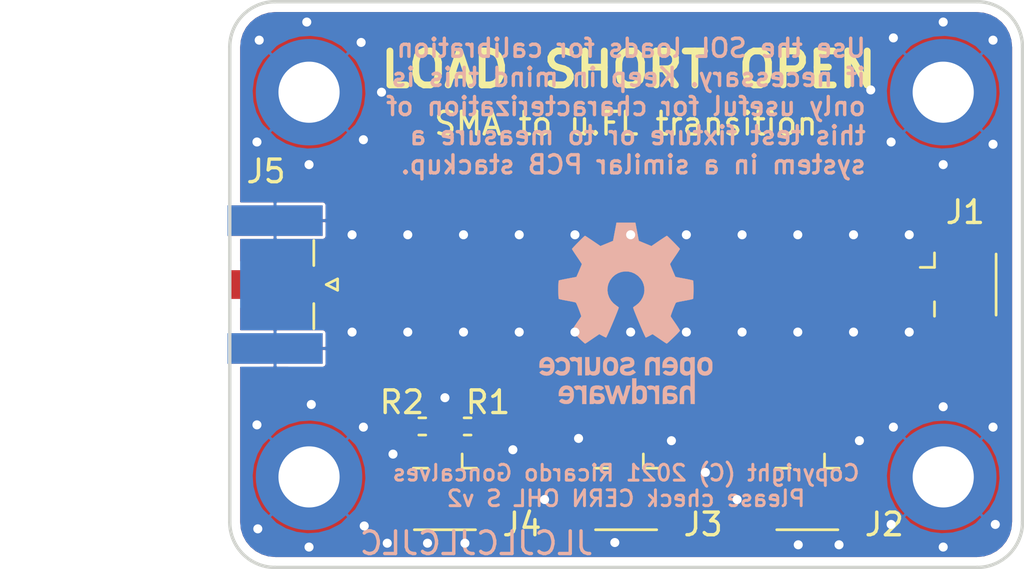
<source format=kicad_pcb>
(kicad_pcb (version 20171130) (host pcbnew "(5.1.9)-1")

  (general
    (thickness 1.6)
    (drawings 15)
    (tracks 71)
    (zones 0)
    (modules 12)
    (nets 5)
  )

  (page A4)
  (title_block
    (title "SMA to u.FL transition board")
    (date 2021-03-08)
    (rev 1.0)
    (company "Ricardo Goncalves")
  )

  (layers
    (0 F.Cu signal)
    (31 B.Cu signal)
    (32 B.Adhes user)
    (33 F.Adhes user)
    (34 B.Paste user)
    (35 F.Paste user)
    (36 B.SilkS user)
    (37 F.SilkS user)
    (38 B.Mask user)
    (39 F.Mask user)
    (40 Dwgs.User user)
    (41 Cmts.User user)
    (42 Eco1.User user)
    (43 Eco2.User user)
    (44 Edge.Cuts user)
    (45 Margin user)
    (46 B.CrtYd user)
    (47 F.CrtYd user)
    (48 B.Fab user hide)
    (49 F.Fab user hide)
  )

  (setup
    (last_trace_width 0.25)
    (user_trace_width 1.8)
    (trace_clearance 0.2)
    (zone_clearance 0.382)
    (zone_45_only no)
    (trace_min 0.2)
    (via_size 0.8)
    (via_drill 0.4)
    (via_min_size 0.4)
    (via_min_drill 0.3)
    (uvia_size 0.3)
    (uvia_drill 0.1)
    (uvias_allowed no)
    (uvia_min_size 0.2)
    (uvia_min_drill 0.1)
    (edge_width 0.05)
    (segment_width 0.2)
    (pcb_text_width 0.3)
    (pcb_text_size 1.5 1.5)
    (mod_edge_width 0.12)
    (mod_text_size 1 1)
    (mod_text_width 0.15)
    (pad_size 4.7 4.7)
    (pad_drill 2.7)
    (pad_to_mask_clearance 0)
    (aux_axis_origin 0 0)
    (grid_origin 75 60)
    (visible_elements 7FFFFFFF)
    (pcbplotparams
      (layerselection 0x010f0_ffffffff)
      (usegerberextensions false)
      (usegerberattributes true)
      (usegerberadvancedattributes true)
      (creategerberjobfile false)
      (excludeedgelayer true)
      (linewidth 0.100000)
      (plotframeref false)
      (viasonmask false)
      (mode 1)
      (useauxorigin false)
      (hpglpennumber 1)
      (hpglpenspeed 20)
      (hpglpendiameter 15.000000)
      (psnegative false)
      (psa4output false)
      (plotreference true)
      (plotvalue false)
      (plotinvisibletext false)
      (padsonsilk true)
      (subtractmaskfromsilk false)
      (outputformat 1)
      (mirror false)
      (drillshape 0)
      (scaleselection 1)
      (outputdirectory "gerbers/"))
  )

  (net 0 "")
  (net 1 GND)
  (net 2 "Net-(J1-Pad1)")
  (net 3 "Net-(J2-Pad1)")
  (net 4 "Net-(J4-Pad1)")

  (net_class Default "This is the default net class."
    (clearance 0.2)
    (trace_width 0.25)
    (via_dia 0.8)
    (via_drill 0.4)
    (uvia_dia 0.3)
    (uvia_drill 0.1)
    (add_net GND)
    (add_net "Net-(J1-Pad1)")
    (add_net "Net-(J2-Pad1)")
    (add_net "Net-(J4-Pad1)")
  )

  (module Symbol:OSHW-Logo_7.5x8mm_SilkScreen (layer B.Cu) (tedit 0) (tstamp 60433D99)
    (at 90.5 61.27 180)
    (descr "Open Source Hardware Logo")
    (tags "Logo OSHW")
    (attr virtual)
    (fp_text reference " " (at 0 0) (layer B.SilkS) hide
      (effects (font (size 1 1) (thickness 0.15)) (justify mirror))
    )
    (fp_text value OSHW-Logo_7.5x8mm_SilkScreen (at 0.75 0) (layer B.Fab) hide
      (effects (font (size 1 1) (thickness 0.15)) (justify mirror))
    )
    (fp_poly (pts (xy -2.53664 -1.952468) (xy -2.501408 -1.969874) (xy -2.45796 -2.000206) (xy -2.426294 -2.033283)
      (xy -2.404606 -2.074817) (xy -2.391097 -2.130522) (xy -2.383962 -2.206111) (xy -2.3814 -2.307296)
      (xy -2.38125 -2.350797) (xy -2.381688 -2.446135) (xy -2.383504 -2.514271) (xy -2.387455 -2.561418)
      (xy -2.394298 -2.59379) (xy -2.404789 -2.6176) (xy -2.415704 -2.633843) (xy -2.485381 -2.702952)
      (xy -2.567434 -2.744521) (xy -2.65595 -2.757023) (xy -2.745019 -2.738934) (xy -2.773237 -2.726142)
      (xy -2.84079 -2.690931) (xy -2.84079 -3.2427) (xy -2.791488 -3.217205) (xy -2.726527 -3.19748)
      (xy -2.64668 -3.192427) (xy -2.566948 -3.201756) (xy -2.506735 -3.222714) (xy -2.456792 -3.262627)
      (xy -2.414119 -3.319741) (xy -2.41091 -3.325605) (xy -2.397378 -3.353227) (xy -2.387495 -3.381068)
      (xy -2.380691 -3.414794) (xy -2.376399 -3.460071) (xy -2.374049 -3.522562) (xy -2.373072 -3.607935)
      (xy -2.372895 -3.70401) (xy -2.372895 -4.010526) (xy -2.556711 -4.010526) (xy -2.556711 -3.445339)
      (xy -2.608125 -3.402077) (xy -2.661534 -3.367472) (xy -2.712112 -3.36118) (xy -2.76297 -3.377372)
      (xy -2.790075 -3.393227) (xy -2.810249 -3.41581) (xy -2.824597 -3.44994) (xy -2.834224 -3.500434)
      (xy -2.840237 -3.572111) (xy -2.84374 -3.669788) (xy -2.844974 -3.734802) (xy -2.849145 -4.002171)
      (xy -2.936875 -4.007222) (xy -3.024606 -4.012273) (xy -3.024606 -2.353101) (xy -2.84079 -2.353101)
      (xy -2.836104 -2.4456) (xy -2.820312 -2.509809) (xy -2.790817 -2.549759) (xy -2.74502 -2.56948)
      (xy -2.69875 -2.573421) (xy -2.646372 -2.568892) (xy -2.61161 -2.551069) (xy -2.589872 -2.527519)
      (xy -2.57276 -2.502189) (xy -2.562573 -2.473969) (xy -2.55804 -2.434431) (xy -2.557891 -2.375142)
      (xy -2.559416 -2.325498) (xy -2.562919 -2.25071) (xy -2.568133 -2.201611) (xy -2.576913 -2.170467)
      (xy -2.591114 -2.149545) (xy -2.604516 -2.137452) (xy -2.660513 -2.111081) (xy -2.726789 -2.106822)
      (xy -2.764844 -2.115906) (xy -2.802523 -2.148196) (xy -2.827481 -2.211006) (xy -2.839578 -2.303894)
      (xy -2.84079 -2.353101) (xy -3.024606 -2.353101) (xy -3.024606 -1.938421) (xy -2.932698 -1.938421)
      (xy -2.877517 -1.940603) (xy -2.849048 -1.948351) (xy -2.840794 -1.963468) (xy -2.84079 -1.963916)
      (xy -2.83696 -1.97872) (xy -2.820067 -1.977039) (xy -2.786481 -1.960772) (xy -2.708222 -1.935887)
      (xy -2.620173 -1.933271) (xy -2.53664 -1.952468)) (layer B.SilkS) (width 0.01))
    (fp_poly (pts (xy -1.839543 -3.198184) (xy -1.76093 -3.21916) (xy -1.701084 -3.25718) (xy -1.658853 -3.306978)
      (xy -1.645725 -3.32823) (xy -1.636032 -3.350492) (xy -1.629256 -3.37897) (xy -1.624877 -3.418871)
      (xy -1.622376 -3.475401) (xy -1.621232 -3.553767) (xy -1.620928 -3.659176) (xy -1.620922 -3.687142)
      (xy -1.620922 -4.010526) (xy -1.701132 -4.010526) (xy -1.752294 -4.006943) (xy -1.790123 -3.997866)
      (xy -1.799601 -3.992268) (xy -1.825512 -3.982606) (xy -1.851976 -3.992268) (xy -1.895548 -4.00433)
      (xy -1.95884 -4.009185) (xy -2.02899 -4.007078) (xy -2.09314 -3.998256) (xy -2.130593 -3.986937)
      (xy -2.203067 -3.940412) (xy -2.24836 -3.875846) (xy -2.268722 -3.79) (xy -2.268912 -3.787796)
      (xy -2.267125 -3.749713) (xy -2.105527 -3.749713) (xy -2.091399 -3.79303) (xy -2.068388 -3.817408)
      (xy -2.022196 -3.835845) (xy -1.961225 -3.843205) (xy -1.899051 -3.839583) (xy -1.849249 -3.825074)
      (xy -1.835297 -3.815765) (xy -1.810915 -3.772753) (xy -1.804737 -3.723857) (xy -1.804737 -3.659605)
      (xy -1.897182 -3.659605) (xy -1.985005 -3.666366) (xy -2.051582 -3.68552) (xy -2.092998 -3.715376)
      (xy -2.105527 -3.749713) (xy -2.267125 -3.749713) (xy -2.26451 -3.694004) (xy -2.233576 -3.619847)
      (xy -2.175419 -3.563767) (xy -2.16738 -3.558665) (xy -2.132837 -3.542055) (xy -2.090082 -3.531996)
      (xy -2.030314 -3.527107) (xy -1.95931 -3.525983) (xy -1.804737 -3.525921) (xy -1.804737 -3.461125)
      (xy -1.811294 -3.41085) (xy -1.828025 -3.377169) (xy -1.829984 -3.375376) (xy -1.867217 -3.360642)
      (xy -1.92342 -3.354931) (xy -1.985533 -3.357737) (xy -2.04049 -3.368556) (xy -2.073101 -3.384782)
      (xy -2.090772 -3.39778) (xy -2.109431 -3.400262) (xy -2.135181 -3.389613) (xy -2.174127 -3.363218)
      (xy -2.23237 -3.318465) (xy -2.237716 -3.314273) (xy -2.234977 -3.29876) (xy -2.212124 -3.27296)
      (xy -2.177391 -3.244289) (xy -2.13901 -3.220166) (xy -2.126952 -3.21447) (xy -2.082966 -3.203103)
      (xy -2.018513 -3.194995) (xy -1.946503 -3.191743) (xy -1.943136 -3.191736) (xy -1.839543 -3.198184)) (layer B.SilkS) (width 0.01))
    (fp_poly (pts (xy -1.320119 -3.193486) (xy -1.295112 -3.200982) (xy -1.28705 -3.217451) (xy -1.286711 -3.224886)
      (xy -1.285264 -3.245594) (xy -1.275302 -3.248845) (xy -1.248388 -3.234648) (xy -1.232402 -3.224948)
      (xy -1.181967 -3.204175) (xy -1.121728 -3.193904) (xy -1.058566 -3.193114) (xy -0.999363 -3.200786)
      (xy -0.950998 -3.215898) (xy -0.920354 -3.237432) (xy -0.914311 -3.264366) (xy -0.917361 -3.27166)
      (xy -0.939594 -3.301937) (xy -0.97407 -3.339175) (xy -0.980306 -3.345195) (xy -1.013167 -3.372875)
      (xy -1.04152 -3.381818) (xy -1.081173 -3.375576) (xy -1.097058 -3.371429) (xy -1.146491 -3.361467)
      (xy -1.181248 -3.365947) (xy -1.2106 -3.381746) (xy -1.237487 -3.402949) (xy -1.25729 -3.429614)
      (xy -1.271052 -3.466827) (xy -1.279816 -3.519673) (xy -1.284626 -3.593237) (xy -1.286526 -3.692605)
      (xy -1.286711 -3.752601) (xy -1.286711 -4.010526) (xy -1.453816 -4.010526) (xy -1.453816 -3.19171)
      (xy -1.370264 -3.19171) (xy -1.320119 -3.193486)) (layer B.SilkS) (width 0.01))
    (fp_poly (pts (xy -0.267369 -4.010526) (xy -0.359277 -4.010526) (xy -0.412623 -4.008962) (xy -0.440407 -4.002485)
      (xy -0.45041 -3.988418) (xy -0.451185 -3.978906) (xy -0.452872 -3.959832) (xy -0.46351 -3.956174)
      (xy -0.491465 -3.967932) (xy -0.513205 -3.978906) (xy -0.596668 -4.004911) (xy -0.687396 -4.006416)
      (xy -0.761158 -3.987021) (xy -0.829846 -3.940165) (xy -0.882206 -3.871004) (xy -0.910878 -3.789427)
      (xy -0.911608 -3.784866) (xy -0.915868 -3.735101) (xy -0.917986 -3.663659) (xy -0.917816 -3.609626)
      (xy -0.73528 -3.609626) (xy -0.731051 -3.681441) (xy -0.721432 -3.740634) (xy -0.70841 -3.77406)
      (xy -0.659144 -3.81974) (xy -0.60065 -3.836115) (xy -0.540329 -3.822873) (xy -0.488783 -3.783373)
      (xy -0.469262 -3.756807) (xy -0.457848 -3.725106) (xy -0.452502 -3.678832) (xy -0.451185 -3.609328)
      (xy -0.453542 -3.540499) (xy -0.459767 -3.480026) (xy -0.468592 -3.439556) (xy -0.470063 -3.435929)
      (xy -0.505653 -3.392802) (xy -0.5576 -3.369124) (xy -0.615722 -3.365301) (xy -0.66984 -3.381738)
      (xy -0.709774 -3.41884) (xy -0.713917 -3.426222) (xy -0.726884 -3.471239) (xy -0.733948 -3.535967)
      (xy -0.73528 -3.609626) (xy -0.917816 -3.609626) (xy -0.917729 -3.58223) (xy -0.916528 -3.538405)
      (xy -0.908355 -3.429988) (xy -0.89137 -3.348588) (xy -0.863113 -3.288412) (xy -0.821128 -3.243666)
      (xy -0.780368 -3.2174) (xy -0.723419 -3.198935) (xy -0.652589 -3.192602) (xy -0.580059 -3.19776)
      (xy -0.518014 -3.213769) (xy -0.485232 -3.23292) (xy -0.451185 -3.263732) (xy -0.451185 -2.87421)
      (xy -0.267369 -2.87421) (xy -0.267369 -4.010526)) (layer B.SilkS) (width 0.01))
    (fp_poly (pts (xy 0.37413 -3.195104) (xy 0.44022 -3.200066) (xy 0.526626 -3.459079) (xy 0.613031 -3.718092)
      (xy 0.640124 -3.626184) (xy 0.656428 -3.569384) (xy 0.677875 -3.492625) (xy 0.701035 -3.408251)
      (xy 0.71328 -3.362993) (xy 0.759344 -3.19171) (xy 0.949387 -3.19171) (xy 0.892582 -3.371349)
      (xy 0.864607 -3.459704) (xy 0.830813 -3.566281) (xy 0.79552 -3.677454) (xy 0.764013 -3.776579)
      (xy 0.69225 -4.002171) (xy 0.537286 -4.012253) (xy 0.49527 -3.873528) (xy 0.469359 -3.787351)
      (xy 0.441083 -3.692347) (xy 0.416369 -3.608441) (xy 0.415394 -3.605102) (xy 0.396935 -3.548248)
      (xy 0.380649 -3.509456) (xy 0.369242 -3.494787) (xy 0.366898 -3.496483) (xy 0.358671 -3.519225)
      (xy 0.343038 -3.56794) (xy 0.321904 -3.636502) (xy 0.29717 -3.718785) (xy 0.283787 -3.764046)
      (xy 0.211311 -4.010526) (xy 0.057495 -4.010526) (xy -0.065469 -3.622006) (xy -0.100012 -3.513022)
      (xy -0.131479 -3.414048) (xy -0.158384 -3.329736) (xy -0.179241 -3.264734) (xy -0.192562 -3.223692)
      (xy -0.196612 -3.211701) (xy -0.193406 -3.199423) (xy -0.168235 -3.194046) (xy -0.115854 -3.194584)
      (xy -0.107655 -3.19499) (xy -0.010518 -3.200066) (xy 0.0531 -3.434013) (xy 0.076484 -3.519333)
      (xy 0.097381 -3.594335) (xy 0.113951 -3.652507) (xy 0.124354 -3.687337) (xy 0.126276 -3.693016)
      (xy 0.134241 -3.686486) (xy 0.150304 -3.652654) (xy 0.172621 -3.596127) (xy 0.199345 -3.52151)
      (xy 0.221937 -3.454107) (xy 0.308041 -3.190143) (xy 0.37413 -3.195104)) (layer B.SilkS) (width 0.01))
    (fp_poly (pts (xy 1.379992 -3.196673) (xy 1.450427 -3.21378) (xy 1.470787 -3.222844) (xy 1.510253 -3.246583)
      (xy 1.540541 -3.273321) (xy 1.562952 -3.307699) (xy 1.578786 -3.35436) (xy 1.589343 -3.417946)
      (xy 1.595924 -3.503099) (xy 1.599828 -3.614462) (xy 1.60131 -3.688849) (xy 1.606765 -4.010526)
      (xy 1.51358 -4.010526) (xy 1.457047 -4.008156) (xy 1.427922 -4.000055) (xy 1.420394 -3.986451)
      (xy 1.41642 -3.971741) (xy 1.398652 -3.974554) (xy 1.37444 -3.986348) (xy 1.313828 -4.004427)
      (xy 1.235929 -4.009299) (xy 1.153995 -4.00133) (xy 1.081281 -3.980889) (xy 1.074759 -3.978051)
      (xy 1.008302 -3.931365) (xy 0.964491 -3.866464) (xy 0.944332 -3.7906) (xy 0.945872 -3.763344)
      (xy 1.110345 -3.763344) (xy 1.124837 -3.800024) (xy 1.167805 -3.826309) (xy 1.237129 -3.840417)
      (xy 1.274177 -3.84229) (xy 1.335919 -3.837494) (xy 1.37696 -3.818858) (xy 1.386973 -3.81)
      (xy 1.4141 -3.761806) (xy 1.420394 -3.718092) (xy 1.420394 -3.659605) (xy 1.33893 -3.659605)
      (xy 1.244234 -3.664432) (xy 1.177813 -3.679613) (xy 1.135846 -3.7062) (xy 1.126449 -3.718052)
      (xy 1.110345 -3.763344) (xy 0.945872 -3.763344) (xy 0.948829 -3.711026) (xy 0.978985 -3.634995)
      (xy 1.020131 -3.583612) (xy 1.045052 -3.561397) (xy 1.069448 -3.546798) (xy 1.101191 -3.537897)
      (xy 1.148152 -3.532775) (xy 1.218204 -3.529515) (xy 1.24599 -3.528577) (xy 1.420394 -3.522879)
      (xy 1.420138 -3.470091) (xy 1.413384 -3.414603) (xy 1.388964 -3.381052) (xy 1.33963 -3.359618)
      (xy 1.338306 -3.359236) (xy 1.26836 -3.350808) (xy 1.199914 -3.361816) (xy 1.149047 -3.388585)
      (xy 1.128637 -3.401803) (xy 1.106654 -3.399974) (xy 1.072826 -3.380824) (xy 1.052961 -3.367308)
      (xy 1.014106 -3.338432) (xy 0.990038 -3.316786) (xy 0.986176 -3.310589) (xy 1.002079 -3.278519)
      (xy 1.049065 -3.240219) (xy 1.069473 -3.227297) (xy 1.128143 -3.205041) (xy 1.207212 -3.192432)
      (xy 1.295041 -3.1896) (xy 1.379992 -3.196673)) (layer B.SilkS) (width 0.01))
    (fp_poly (pts (xy 2.173167 -3.191447) (xy 2.237408 -3.204112) (xy 2.27398 -3.222864) (xy 2.312453 -3.254017)
      (xy 2.257717 -3.323127) (xy 2.223969 -3.364979) (xy 2.201053 -3.385398) (xy 2.178279 -3.388517)
      (xy 2.144956 -3.378472) (xy 2.129314 -3.372789) (xy 2.065542 -3.364404) (xy 2.00714 -3.382378)
      (xy 1.964264 -3.422982) (xy 1.957299 -3.435929) (xy 1.949713 -3.470224) (xy 1.943859 -3.533427)
      (xy 1.940011 -3.62106) (xy 1.938443 -3.72864) (xy 1.938421 -3.743944) (xy 1.938421 -4.010526)
      (xy 1.754605 -4.010526) (xy 1.754605 -3.19171) (xy 1.846513 -3.19171) (xy 1.899507 -3.193094)
      (xy 1.927115 -3.199252) (xy 1.937324 -3.213194) (xy 1.938421 -3.226344) (xy 1.938421 -3.260978)
      (xy 1.98245 -3.226344) (xy 2.032937 -3.202716) (xy 2.10076 -3.191033) (xy 2.173167 -3.191447)) (layer B.SilkS) (width 0.01))
    (fp_poly (pts (xy 2.701193 -3.196078) (xy 2.781068 -3.216845) (xy 2.847962 -3.259705) (xy 2.880351 -3.291723)
      (xy 2.933445 -3.367413) (xy 2.963873 -3.455216) (xy 2.974327 -3.56315) (xy 2.97438 -3.571875)
      (xy 2.974473 -3.659605) (xy 2.469534 -3.659605) (xy 2.480298 -3.705559) (xy 2.499732 -3.747178)
      (xy 2.533745 -3.790544) (xy 2.54086 -3.797467) (xy 2.602003 -3.834935) (xy 2.671729 -3.841289)
      (xy 2.751987 -3.816638) (xy 2.765592 -3.81) (xy 2.807319 -3.789819) (xy 2.835268 -3.778321)
      (xy 2.840145 -3.777258) (xy 2.857168 -3.787583) (xy 2.889633 -3.812845) (xy 2.906114 -3.82665)
      (xy 2.940264 -3.858361) (xy 2.951478 -3.879299) (xy 2.943695 -3.89856) (xy 2.939535 -3.903827)
      (xy 2.911357 -3.926878) (xy 2.864862 -3.954892) (xy 2.832434 -3.971246) (xy 2.740385 -4.000059)
      (xy 2.638476 -4.009395) (xy 2.541963 -3.998332) (xy 2.514934 -3.990412) (xy 2.431276 -3.945581)
      (xy 2.369266 -3.876598) (xy 2.328545 -3.782794) (xy 2.308755 -3.663498) (xy 2.306582 -3.601118)
      (xy 2.312926 -3.510298) (xy 2.473157 -3.510298) (xy 2.488655 -3.517012) (xy 2.530312 -3.52228)
      (xy 2.590876 -3.525389) (xy 2.631907 -3.525921) (xy 2.705711 -3.525408) (xy 2.752293 -3.523006)
      (xy 2.777848 -3.517422) (xy 2.788569 -3.507361) (xy 2.790657 -3.492763) (xy 2.776331 -3.447796)
      (xy 2.740262 -3.403353) (xy 2.692815 -3.369242) (xy 2.645349 -3.355288) (xy 2.580879 -3.367666)
      (xy 2.52507 -3.403452) (xy 2.486374 -3.455033) (xy 2.473157 -3.510298) (xy 2.312926 -3.510298)
      (xy 2.315821 -3.468866) (xy 2.344336 -3.363498) (xy 2.392729 -3.284178) (xy 2.461604 -3.230071)
      (xy 2.551565 -3.200343) (xy 2.6003 -3.194618) (xy 2.701193 -3.196078)) (layer B.SilkS) (width 0.01))
    (fp_poly (pts (xy -3.373216 -1.947104) (xy -3.285795 -1.985754) (xy -3.21943 -2.05029) (xy -3.174024 -2.140812)
      (xy -3.149482 -2.257418) (xy -3.147723 -2.275624) (xy -3.146344 -2.403984) (xy -3.164216 -2.516496)
      (xy -3.20025 -2.607688) (xy -3.219545 -2.637022) (xy -3.286755 -2.699106) (xy -3.37235 -2.739316)
      (xy -3.46811 -2.756003) (xy -3.565813 -2.747517) (xy -3.640083 -2.72138) (xy -3.703953 -2.677335)
      (xy -3.756154 -2.619587) (xy -3.757057 -2.618236) (xy -3.778256 -2.582593) (xy -3.792033 -2.546752)
      (xy -3.800376 -2.501519) (xy -3.805273 -2.437701) (xy -3.807431 -2.385368) (xy -3.808329 -2.33791)
      (xy -3.641257 -2.33791) (xy -3.639624 -2.385154) (xy -3.633696 -2.448046) (xy -3.623239 -2.488407)
      (xy -3.604381 -2.517122) (xy -3.586719 -2.533896) (xy -3.524106 -2.569016) (xy -3.458592 -2.57371)
      (xy -3.397579 -2.54844) (xy -3.367072 -2.520124) (xy -3.345089 -2.491589) (xy -3.332231 -2.464284)
      (xy -3.326588 -2.42875) (xy -3.326249 -2.375524) (xy -3.327988 -2.326506) (xy -3.331729 -2.256482)
      (xy -3.337659 -2.211064) (xy -3.348347 -2.18144) (xy -3.366361 -2.158797) (xy -3.380637 -2.145855)
      (xy -3.440349 -2.11186) (xy -3.504766 -2.110165) (xy -3.558781 -2.130301) (xy -3.60486 -2.172352)
      (xy -3.632311 -2.241428) (xy -3.641257 -2.33791) (xy -3.808329 -2.33791) (xy -3.809401 -2.281299)
      (xy -3.806036 -2.203468) (xy -3.795955 -2.14493) (xy -3.777774 -2.098737) (xy -3.75011 -2.057942)
      (xy -3.739854 -2.045828) (xy -3.675722 -1.985474) (xy -3.606934 -1.95022) (xy -3.522811 -1.93545)
      (xy -3.481791 -1.934243) (xy -3.373216 -1.947104)) (layer B.SilkS) (width 0.01))
    (fp_poly (pts (xy -1.802982 -1.957027) (xy -1.78633 -1.964866) (xy -1.728695 -2.007086) (xy -1.674195 -2.0687)
      (xy -1.633501 -2.136543) (xy -1.621926 -2.167734) (xy -1.611366 -2.223449) (xy -1.605069 -2.290781)
      (xy -1.604304 -2.318585) (xy -1.604211 -2.406316) (xy -2.10915 -2.406316) (xy -2.098387 -2.45227)
      (xy -2.071967 -2.50662) (xy -2.025778 -2.553591) (xy -1.970828 -2.583848) (xy -1.935811 -2.590131)
      (xy -1.888323 -2.582506) (xy -1.831665 -2.563383) (xy -1.812418 -2.554584) (xy -1.741241 -2.519036)
      (xy -1.680498 -2.565367) (xy -1.645448 -2.596703) (xy -1.626798 -2.622567) (xy -1.625853 -2.630158)
      (xy -1.642515 -2.648556) (xy -1.67903 -2.676515) (xy -1.712172 -2.698327) (xy -1.801607 -2.737537)
      (xy -1.901871 -2.755285) (xy -2.001246 -2.75067) (xy -2.080461 -2.726551) (xy -2.16212 -2.674884)
      (xy -2.220151 -2.606856) (xy -2.256454 -2.518843) (xy -2.272928 -2.407216) (xy -2.274389 -2.356138)
      (xy -2.268543 -2.239091) (xy -2.267825 -2.235686) (xy -2.100511 -2.235686) (xy -2.095903 -2.246662)
      (xy -2.076964 -2.252715) (xy -2.037902 -2.25531) (xy -1.972923 -2.25591) (xy -1.947903 -2.255921)
      (xy -1.871779 -2.255014) (xy -1.823504 -2.25172) (xy -1.79754 -2.245181) (xy -1.788352 -2.234537)
      (xy -1.788027 -2.231119) (xy -1.798513 -2.203956) (xy -1.824758 -2.165903) (xy -1.836041 -2.152579)
      (xy -1.877928 -2.114896) (xy -1.921591 -2.10008) (xy -1.945115 -2.098842) (xy -2.008757 -2.114329)
      (xy -2.062127 -2.15593) (xy -2.095981 -2.216353) (xy -2.096581 -2.218322) (xy -2.100511 -2.235686)
      (xy -2.267825 -2.235686) (xy -2.249101 -2.146928) (xy -2.214078 -2.07319) (xy -2.171244 -2.020848)
      (xy -2.092052 -1.964092) (xy -1.99896 -1.933762) (xy -1.899945 -1.931021) (xy -1.802982 -1.957027)) (layer B.SilkS) (width 0.01))
    (fp_poly (pts (xy 0.018628 -1.935547) (xy 0.081908 -1.947548) (xy 0.147557 -1.972648) (xy 0.154572 -1.975848)
      (xy 0.204356 -2.002026) (xy 0.238834 -2.026353) (xy 0.249978 -2.041937) (xy 0.239366 -2.067353)
      (xy 0.213588 -2.104853) (xy 0.202146 -2.118852) (xy 0.154992 -2.173954) (xy 0.094201 -2.138086)
      (xy 0.036347 -2.114192) (xy -0.0305 -2.10142) (xy -0.094606 -2.100613) (xy -0.144236 -2.112615)
      (xy -0.156146 -2.120105) (xy -0.178828 -2.15445) (xy -0.181584 -2.194013) (xy -0.164612 -2.22492)
      (xy -0.154573 -2.230913) (xy -0.12449 -2.238357) (xy -0.071611 -2.247106) (xy -0.006425 -2.255467)
      (xy 0.0056 -2.256778) (xy 0.110297 -2.274888) (xy 0.186232 -2.305651) (xy 0.236592 -2.351907)
      (xy 0.264564 -2.416497) (xy 0.273278 -2.495387) (xy 0.26124 -2.585065) (xy 0.222151 -2.655486)
      (xy 0.155855 -2.706777) (xy 0.062194 -2.739067) (xy -0.041777 -2.751807) (xy -0.126562 -2.751654)
      (xy -0.195335 -2.740083) (xy -0.242303 -2.724109) (xy -0.30165 -2.696275) (xy -0.356494 -2.663973)
      (xy -0.375987 -2.649755) (xy -0.426119 -2.608835) (xy -0.305197 -2.486477) (xy -0.236457 -2.531967)
      (xy -0.167512 -2.566133) (xy -0.093889 -2.584004) (xy -0.023117 -2.585889) (xy 0.037274 -2.572101)
      (xy 0.079757 -2.542949) (xy 0.093474 -2.518352) (xy 0.091417 -2.478904) (xy 0.05733 -2.448737)
      (xy -0.008692 -2.427906) (xy -0.081026 -2.418279) (xy -0.192348 -2.39991) (xy -0.275048 -2.365254)
      (xy -0.330235 -2.313297) (xy -0.359012 -2.243023) (xy -0.362999 -2.159707) (xy -0.343307 -2.072681)
      (xy -0.298411 -2.006902) (xy -0.227909 -1.962068) (xy -0.131399 -1.937879) (xy -0.0599 -1.933137)
      (xy 0.018628 -1.935547)) (layer B.SilkS) (width 0.01))
    (fp_poly (pts (xy 0.811669 -1.94831) (xy 0.896192 -1.99434) (xy 0.962321 -2.067006) (xy 0.993478 -2.126106)
      (xy 1.006855 -2.178305) (xy 1.015522 -2.252719) (xy 1.019237 -2.338442) (xy 1.017754 -2.424569)
      (xy 1.010831 -2.500193) (xy 1.002745 -2.540584) (xy 0.975465 -2.59584) (xy 0.92822 -2.65453)
      (xy 0.871282 -2.705852) (xy 0.814924 -2.739005) (xy 0.81355 -2.739531) (xy 0.743616 -2.754018)
      (xy 0.660737 -2.754377) (xy 0.581977 -2.741188) (xy 0.551566 -2.730617) (xy 0.473239 -2.686201)
      (xy 0.417143 -2.628007) (xy 0.380286 -2.550965) (xy 0.35968 -2.450001) (xy 0.355018 -2.397116)
      (xy 0.355613 -2.330663) (xy 0.534736 -2.330663) (xy 0.54077 -2.42763) (xy 0.558138 -2.501523)
      (xy 0.58574 -2.548736) (xy 0.605404 -2.562237) (xy 0.655787 -2.571651) (xy 0.715673 -2.568864)
      (xy 0.767449 -2.555316) (xy 0.781027 -2.547862) (xy 0.816849 -2.504451) (xy 0.840493 -2.438014)
      (xy 0.850558 -2.357161) (xy 0.845642 -2.270502) (xy 0.834655 -2.218349) (xy 0.803109 -2.157951)
      (xy 0.753311 -2.120197) (xy 0.693337 -2.107143) (xy 0.631264 -2.120849) (xy 0.583582 -2.154372)
      (xy 0.558525 -2.182031) (xy 0.5439 -2.209294) (xy 0.536929 -2.24619) (xy 0.534833 -2.30275)
      (xy 0.534736 -2.330663) (xy 0.355613 -2.330663) (xy 0.356282 -2.255994) (xy 0.379265 -2.140271)
      (xy 0.423972 -2.049941) (xy 0.490405 -1.985) (xy 0.578565 -1.945445) (xy 0.597495 -1.940858)
      (xy 0.711266 -1.93009) (xy 0.811669 -1.94831)) (layer B.SilkS) (width 0.01))
    (fp_poly (pts (xy 1.320131 -2.198533) (xy 1.32171 -2.321089) (xy 1.327481 -2.414179) (xy 1.338991 -2.481651)
      (xy 1.35779 -2.527355) (xy 1.385426 -2.555139) (xy 1.423448 -2.568854) (xy 1.470526 -2.572358)
      (xy 1.519832 -2.568432) (xy 1.557283 -2.554089) (xy 1.584428 -2.525478) (xy 1.602815 -2.478751)
      (xy 1.613993 -2.410058) (xy 1.619511 -2.31555) (xy 1.620921 -2.198533) (xy 1.620921 -1.938421)
      (xy 1.804736 -1.938421) (xy 1.804736 -2.740526) (xy 1.712828 -2.740526) (xy 1.657422 -2.738281)
      (xy 1.628891 -2.730396) (xy 1.620921 -2.715428) (xy 1.61612 -2.702097) (xy 1.597014 -2.704917)
      (xy 1.558504 -2.723783) (xy 1.470239 -2.752887) (xy 1.376623 -2.750825) (xy 1.286921 -2.719221)
      (xy 1.244204 -2.694257) (xy 1.211621 -2.667226) (xy 1.187817 -2.633405) (xy 1.171439 -2.588068)
      (xy 1.161131 -2.526489) (xy 1.155541 -2.443943) (xy 1.153312 -2.335705) (xy 1.153026 -2.252004)
      (xy 1.153026 -1.938421) (xy 1.320131 -1.938421) (xy 1.320131 -2.198533)) (layer B.SilkS) (width 0.01))
    (fp_poly (pts (xy 2.946576 -1.945419) (xy 3.043395 -1.986549) (xy 3.07389 -2.006571) (xy 3.112865 -2.03734)
      (xy 3.137331 -2.061533) (xy 3.141578 -2.069413) (xy 3.129584 -2.086899) (xy 3.098887 -2.11657)
      (xy 3.074312 -2.137279) (xy 3.007046 -2.191336) (xy 2.95393 -2.146642) (xy 2.912884 -2.117789)
      (xy 2.872863 -2.107829) (xy 2.827059 -2.110261) (xy 2.754324 -2.128345) (xy 2.704256 -2.165881)
      (xy 2.673829 -2.226562) (xy 2.660017 -2.314081) (xy 2.660013 -2.314136) (xy 2.661208 -2.411958)
      (xy 2.679772 -2.48373) (xy 2.716804 -2.532595) (xy 2.74205 -2.549143) (xy 2.809097 -2.569749)
      (xy 2.880709 -2.569762) (xy 2.943015 -2.549768) (xy 2.957763 -2.54) (xy 2.99475 -2.515047)
      (xy 3.023668 -2.510958) (xy 3.054856 -2.52953) (xy 3.089336 -2.562887) (xy 3.143912 -2.619196)
      (xy 3.083318 -2.669142) (xy 2.989698 -2.725513) (xy 2.884125 -2.753293) (xy 2.773798 -2.751282)
      (xy 2.701343 -2.732862) (xy 2.616656 -2.68731) (xy 2.548927 -2.61565) (xy 2.518157 -2.565066)
      (xy 2.493236 -2.492488) (xy 2.480766 -2.400569) (xy 2.48067 -2.300948) (xy 2.49287 -2.205267)
      (xy 2.51729 -2.125169) (xy 2.521136 -2.116956) (xy 2.578093 -2.036413) (xy 2.655209 -1.977771)
      (xy 2.74639 -1.942247) (xy 2.845543 -1.931057) (xy 2.946576 -1.945419)) (layer B.SilkS) (width 0.01))
    (fp_poly (pts (xy 3.558784 -1.935554) (xy 3.601574 -1.945949) (xy 3.683609 -1.984013) (xy 3.753757 -2.042149)
      (xy 3.802305 -2.111852) (xy 3.808975 -2.127502) (xy 3.818124 -2.168496) (xy 3.824529 -2.229138)
      (xy 3.82671 -2.29043) (xy 3.82671 -2.406316) (xy 3.584407 -2.406316) (xy 3.484471 -2.406693)
      (xy 3.414069 -2.408987) (xy 3.369313 -2.414938) (xy 3.346315 -2.426285) (xy 3.341189 -2.444771)
      (xy 3.350048 -2.472136) (xy 3.365917 -2.504155) (xy 3.410184 -2.557592) (xy 3.471699 -2.584215)
      (xy 3.546885 -2.583347) (xy 3.632053 -2.554371) (xy 3.705659 -2.518611) (xy 3.766734 -2.566904)
      (xy 3.82781 -2.615197) (xy 3.770351 -2.668285) (xy 3.693641 -2.718445) (xy 3.599302 -2.748688)
      (xy 3.497827 -2.757151) (xy 3.399711 -2.741974) (xy 3.383881 -2.736824) (xy 3.297647 -2.691791)
      (xy 3.233501 -2.624652) (xy 3.190091 -2.533405) (xy 3.166064 -2.416044) (xy 3.165784 -2.413529)
      (xy 3.163633 -2.285627) (xy 3.172329 -2.239997) (xy 3.342105 -2.239997) (xy 3.357697 -2.247013)
      (xy 3.400029 -2.252388) (xy 3.462434 -2.255457) (xy 3.501981 -2.255921) (xy 3.575728 -2.25563)
      (xy 3.62184 -2.253783) (xy 3.6461 -2.248912) (xy 3.654294 -2.239555) (xy 3.652206 -2.224245)
      (xy 3.650455 -2.218322) (xy 3.62056 -2.162668) (xy 3.573542 -2.117815) (xy 3.532049 -2.098105)
      (xy 3.476926 -2.099295) (xy 3.421068 -2.123875) (xy 3.374212 -2.16457) (xy 3.346094 -2.214108)
      (xy 3.342105 -2.239997) (xy 3.172329 -2.239997) (xy 3.185074 -2.173133) (xy 3.227611 -2.078727)
      (xy 3.288747 -2.005088) (xy 3.365985 -1.954893) (xy 3.45683 -1.930822) (xy 3.558784 -1.935554)) (layer B.SilkS) (width 0.01))
    (fp_poly (pts (xy -1.002043 -1.952226) (xy -0.960454 -1.97209) (xy -0.920175 -2.000784) (xy -0.88949 -2.033809)
      (xy -0.867139 -2.075931) (xy -0.851864 -2.131915) (xy -0.842408 -2.206528) (xy -0.837513 -2.304535)
      (xy -0.835919 -2.430702) (xy -0.835894 -2.443914) (xy -0.835527 -2.740526) (xy -1.019343 -2.740526)
      (xy -1.019343 -2.467081) (xy -1.019473 -2.365777) (xy -1.020379 -2.292353) (xy -1.022827 -2.241271)
      (xy -1.027586 -2.20699) (xy -1.035426 -2.183971) (xy -1.047115 -2.166673) (xy -1.063398 -2.149581)
      (xy -1.120366 -2.112857) (xy -1.182555 -2.106042) (xy -1.241801 -2.129261) (xy -1.262405 -2.146543)
      (xy -1.27753 -2.162791) (xy -1.28839 -2.180191) (xy -1.29569 -2.204212) (xy -1.300137 -2.240322)
      (xy -1.302436 -2.293988) (xy -1.303296 -2.37068) (xy -1.303422 -2.464043) (xy -1.303422 -2.740526)
      (xy -1.487237 -2.740526) (xy -1.487237 -1.938421) (xy -1.395329 -1.938421) (xy -1.340149 -1.940603)
      (xy -1.31168 -1.948351) (xy -1.303425 -1.963468) (xy -1.303422 -1.963916) (xy -1.299592 -1.97872)
      (xy -1.282699 -1.97704) (xy -1.249112 -1.960773) (xy -1.172937 -1.93684) (xy -1.0858 -1.934178)
      (xy -1.002043 -1.952226)) (layer B.SilkS) (width 0.01))
    (fp_poly (pts (xy 2.391388 -1.937645) (xy 2.448865 -1.955206) (xy 2.485872 -1.977395) (xy 2.497927 -1.994942)
      (xy 2.494609 -2.015742) (xy 2.473079 -2.048419) (xy 2.454874 -2.071562) (xy 2.417344 -2.113402)
      (xy 2.389148 -2.131005) (xy 2.365111 -2.129856) (xy 2.293808 -2.11171) (xy 2.241442 -2.112534)
      (xy 2.198918 -2.133098) (xy 2.184642 -2.145134) (xy 2.138947 -2.187483) (xy 2.138947 -2.740526)
      (xy 1.955131 -2.740526) (xy 1.955131 -1.938421) (xy 2.047039 -1.938421) (xy 2.102219 -1.940603)
      (xy 2.130688 -1.948351) (xy 2.138943 -1.963468) (xy 2.138947 -1.963916) (xy 2.142845 -1.979749)
      (xy 2.160474 -1.977684) (xy 2.184901 -1.966261) (xy 2.23535 -1.945005) (xy 2.276316 -1.932216)
      (xy 2.329028 -1.928938) (xy 2.391388 -1.937645)) (layer B.SilkS) (width 0.01))
    (fp_poly (pts (xy 0.500964 3.601424) (xy 0.576513 3.200678) (xy 1.134041 2.970846) (xy 1.468465 3.198252)
      (xy 1.562122 3.261569) (xy 1.646782 3.318104) (xy 1.718495 3.365273) (xy 1.773311 3.400498)
      (xy 1.80728 3.421195) (xy 1.81653 3.425658) (xy 1.833195 3.41418) (xy 1.868806 3.382449)
      (xy 1.919371 3.334517) (xy 1.9809 3.274438) (xy 2.049399 3.206267) (xy 2.120879 3.134055)
      (xy 2.191347 3.061858) (xy 2.256811 2.993727) (xy 2.31328 2.933717) (xy 2.356763 2.885881)
      (xy 2.383268 2.854273) (xy 2.389605 2.843695) (xy 2.380486 2.824194) (xy 2.35492 2.781469)
      (xy 2.315597 2.719702) (xy 2.265203 2.643069) (xy 2.206427 2.555752) (xy 2.172368 2.505948)
      (xy 2.110289 2.415007) (xy 2.055126 2.332941) (xy 2.009554 2.263837) (xy 1.97625 2.211778)
      (xy 1.95789 2.18085) (xy 1.955131 2.17435) (xy 1.961385 2.155879) (xy 1.978434 2.112828)
      (xy 2.003703 2.051251) (xy 2.034622 1.977201) (xy 2.068618 1.89673) (xy 2.103118 1.815893)
      (xy 2.135551 1.740742) (xy 2.163343 1.677329) (xy 2.183923 1.631707) (xy 2.194719 1.609931)
      (xy 2.195356 1.609074) (xy 2.212307 1.604916) (xy 2.257451 1.595639) (xy 2.32611 1.582156)
      (xy 2.413602 1.565379) (xy 2.51525 1.546219) (xy 2.574556 1.53517) (xy 2.683172 1.51449)
      (xy 2.781277 1.494811) (xy 2.863909 1.477211) (xy 2.926104 1.462767) (xy 2.962899 1.452554)
      (xy 2.970296 1.449314) (xy 2.97754 1.427383) (xy 2.983385 1.377853) (xy 2.987835 1.306515)
      (xy 2.990893 1.219161) (xy 2.992565 1.121583) (xy 2.992853 1.019574) (xy 2.991761 0.918925)
      (xy 2.989294 0.825428) (xy 2.985456 0.744875) (xy 2.98025 0.683058) (xy 2.973681 0.64577)
      (xy 2.969741 0.638007) (xy 2.946188 0.628702) (xy 2.896282 0.6154) (xy 2.826623 0.599663)
      (xy 2.743813 0.583054) (xy 2.714905 0.577681) (xy 2.575531 0.552152) (xy 2.465436 0.531592)
      (xy 2.380982 0.515185) (xy 2.31853 0.502113) (xy 2.274444 0.491559) (xy 2.245085 0.482706)
      (xy 2.226815 0.474737) (xy 2.215998 0.466835) (xy 2.214485 0.465273) (xy 2.199377 0.440114)
      (xy 2.176329 0.39115) (xy 2.147644 0.324379) (xy 2.115622 0.245795) (xy 2.082565 0.161393)
      (xy 2.050773 0.07717) (xy 2.022549 -0.000879) (xy 2.000193 -0.066759) (xy 1.986007 -0.114473)
      (xy 1.982293 -0.138027) (xy 1.982602 -0.138852) (xy 1.995189 -0.158104) (xy 2.023744 -0.200463)
      (xy 2.065267 -0.261521) (xy 2.116756 -0.336868) (xy 2.175211 -0.422096) (xy 2.191858 -0.446315)
      (xy 2.251215 -0.534123) (xy 2.303447 -0.614238) (xy 2.345708 -0.682062) (xy 2.375153 -0.732993)
      (xy 2.388937 -0.762431) (xy 2.389605 -0.766048) (xy 2.378024 -0.785057) (xy 2.346024 -0.822714)
      (xy 2.297718 -0.874973) (xy 2.23722 -0.937786) (xy 2.168644 -1.007106) (xy 2.096104 -1.078885)
      (xy 2.023712 -1.149077) (xy 1.955584 -1.213635) (xy 1.895832 -1.26851) (xy 1.848571 -1.309656)
      (xy 1.817913 -1.333026) (xy 1.809432 -1.336842) (xy 1.789691 -1.327855) (xy 1.749274 -1.303616)
      (xy 1.694763 -1.268209) (xy 1.652823 -1.239711) (xy 1.576829 -1.187418) (xy 1.486834 -1.125845)
      (xy 1.396564 -1.06437) (xy 1.348032 -1.031469) (xy 1.183762 -0.920359) (xy 1.045869 -0.994916)
      (xy 0.983049 -1.027578) (xy 0.929629 -1.052966) (xy 0.893484 -1.067446) (xy 0.884284 -1.06946)
      (xy 0.873221 -1.054584) (xy 0.851394 -1.012547) (xy 0.820434 -0.947227) (xy 0.78197 -0.8625)
      (xy 0.737632 -0.762245) (xy 0.689047 -0.650339) (xy 0.637846 -0.530659) (xy 0.585659 -0.407084)
      (xy 0.534113 -0.283491) (xy 0.48484 -0.163757) (xy 0.439467 -0.051759) (xy 0.399625 0.048623)
      (xy 0.366942 0.133514) (xy 0.343049 0.199035) (xy 0.329574 0.24131) (xy 0.327406 0.255828)
      (xy 0.344583 0.274347) (xy 0.38219 0.30441) (xy 0.432366 0.339768) (xy 0.436578 0.342566)
      (xy 0.566264 0.446375) (xy 0.670834 0.567485) (xy 0.749381 0.702024) (xy 0.800999 0.846118)
      (xy 0.824782 0.995895) (xy 0.819823 1.147483) (xy 0.785217 1.297008) (xy 0.720057 1.4406)
      (xy 0.700886 1.472016) (xy 0.601174 1.598875) (xy 0.483377 1.700745) (xy 0.351571 1.777096)
      (xy 0.209833 1.827398) (xy 0.062242 1.851121) (xy -0.087127 1.847735) (xy -0.234197 1.816712)
      (xy -0.374889 1.75752) (xy -0.505127 1.669631) (xy -0.545414 1.633958) (xy -0.647945 1.522294)
      (xy -0.722659 1.404743) (xy -0.77391 1.27298) (xy -0.802454 1.142493) (xy -0.8095 0.995784)
      (xy -0.786004 0.848347) (xy -0.734351 0.705166) (xy -0.656929 0.571223) (xy -0.556125 0.451502)
      (xy -0.434324 0.350986) (xy -0.418316 0.340391) (xy -0.367602 0.305694) (xy -0.32905 0.27563)
      (xy -0.310619 0.256435) (xy -0.310351 0.255828) (xy -0.314308 0.235064) (xy -0.329993 0.187938)
      (xy -0.355778 0.118327) (xy -0.390031 0.030107) (xy -0.431123 -0.072844) (xy -0.477424 -0.18665)
      (xy -0.527304 -0.307435) (xy -0.579133 -0.431321) (xy -0.631281 -0.554432) (xy -0.682118 -0.672891)
      (xy -0.730013 -0.782823) (xy -0.773338 -0.880349) (xy -0.810462 -0.961593) (xy -0.839756 -1.022679)
      (xy -0.859588 -1.05973) (xy -0.867574 -1.06946) (xy -0.891979 -1.061883) (xy -0.937642 -1.04156)
      (xy -0.99669 -1.012125) (xy -1.02916 -0.994916) (xy -1.167053 -0.920359) (xy -1.331323 -1.031469)
      (xy -1.415179 -1.08839) (xy -1.506987 -1.15103) (xy -1.59302 -1.210011) (xy -1.636113 -1.239711)
      (xy -1.696723 -1.28041) (xy -1.748045 -1.312663) (xy -1.783385 -1.332384) (xy -1.794863 -1.336554)
      (xy -1.81157 -1.325307) (xy -1.848546 -1.293911) (xy -1.902205 -1.245624) (xy -1.968962 -1.183708)
      (xy -2.045234 -1.111421) (xy -2.093473 -1.065008) (xy -2.177867 -0.982087) (xy -2.250803 -0.90792)
      (xy -2.309331 -0.84568) (xy -2.350503 -0.798541) (xy -2.371372 -0.769673) (xy -2.373374 -0.763815)
      (xy -2.364083 -0.741532) (xy -2.338409 -0.696477) (xy -2.2992 -0.633211) (xy -2.249303 -0.556295)
      (xy -2.191567 -0.470292) (xy -2.175149 -0.446315) (xy -2.115323 -0.35917) (xy -2.06165 -0.28071)
      (xy -2.01713 -0.215345) (xy -1.984765 -0.167484) (xy -1.967555 -0.141535) (xy -1.965893 -0.138852)
      (xy -1.968379 -0.118172) (xy -1.981577 -0.072704) (xy -2.003186 -0.008444) (xy -2.030904 0.068613)
      (xy -2.06243 0.152471) (xy -2.095463 0.237134) (xy -2.127701 0.316608) (xy -2.156843 0.384896)
      (xy -2.180588 0.436003) (xy -2.196635 0.463933) (xy -2.197775 0.465273) (xy -2.207588 0.473255)
      (xy -2.224161 0.481149) (xy -2.251132 0.489771) (xy -2.292139 0.499938) (xy -2.35082 0.512469)
      (xy -2.430813 0.528179) (xy -2.535755 0.547887) (xy -2.669285 0.572408) (xy -2.698196 0.577681)
      (xy -2.783882 0.594236) (xy -2.858582 0.610431) (xy -2.915694 0.624704) (xy -2.948617 0.635492)
      (xy -2.953031 0.638007) (xy -2.960306 0.660304) (xy -2.966219 0.710131) (xy -2.970766 0.781696)
      (xy -2.973945 0.869207) (xy -2.975749 0.966872) (xy -2.976177 1.068899) (xy -2.975223 1.169497)
      (xy -2.972884 1.262873) (xy -2.969156 1.343235) (xy -2.964034 1.404791) (xy -2.957516 1.44175)
      (xy -2.953586 1.449314) (xy -2.931708 1.456944) (xy -2.881891 1.469358) (xy -2.809097 1.485478)
      (xy -2.718289 1.504227) (xy -2.614431 1.524529) (xy -2.557846 1.53517) (xy -2.450486 1.55524)
      (xy -2.354746 1.57342) (xy -2.275306 1.588801) (xy -2.216846 1.600469) (xy -2.184045 1.607512)
      (xy -2.178646 1.609074) (xy -2.169522 1.626678) (xy -2.150235 1.669082) (xy -2.123355 1.730228)
      (xy -2.091454 1.804057) (xy -2.057102 1.884511) (xy -2.022871 1.965532) (xy -1.991331 2.041063)
      (xy -1.965054 2.105045) (xy -1.946611 2.15142) (xy -1.938571 2.174131) (xy -1.938422 2.175124)
      (xy -1.947535 2.193039) (xy -1.973086 2.234267) (xy -2.012388 2.294709) (xy -2.062757 2.370269)
      (xy -2.121506 2.456848) (xy -2.155658 2.506579) (xy -2.21789 2.597764) (xy -2.273164 2.680551)
      (xy -2.318782 2.750751) (xy -2.352048 2.804176) (xy -2.370264 2.836639) (xy -2.372895 2.843917)
      (xy -2.361586 2.860855) (xy -2.330319 2.897022) (xy -2.28309 2.948365) (xy -2.223892 3.010833)
      (xy -2.156719 3.080374) (xy -2.085566 3.152935) (xy -2.014426 3.224465) (xy -1.947293 3.290913)
      (xy -1.888161 3.348226) (xy -1.841025 3.392353) (xy -1.809877 3.419241) (xy -1.799457 3.425658)
      (xy -1.782491 3.416635) (xy -1.741911 3.391285) (xy -1.681663 3.35219) (xy -1.605693 3.301929)
      (xy -1.517946 3.243083) (xy -1.451756 3.198252) (xy -1.117332 2.970846) (xy -0.838567 3.085762)
      (xy -0.559803 3.200678) (xy -0.484254 3.601424) (xy -0.408706 4.002171) (xy 0.425415 4.002171)
      (xy 0.500964 3.601424)) (layer B.SilkS) (width 0.01))
  )

  (module MountingHole:MountingHole_2.7mm_M2.5_DIN965_Pad (layer F.Cu) (tedit 6042B4F8) (tstamp 60431FE4)
    (at 104.5 68.5)
    (descr "Mounting Hole 2.7mm, M2.5, DIN965")
    (tags "mounting hole 2.7mm m2.5 din965")
    (attr virtual)
    (fp_text reference " " (at -5 0) (layer F.SilkS)
      (effects (font (size 1 1) (thickness 0.15)))
    )
    (fp_text value MountingHole_2.7mm_M2.5_DIN965_Pad (at 6.065 4.94) (layer F.Fab)
      (effects (font (size 1 1) (thickness 0.15)))
    )
    (fp_circle (center 0 0) (end 2.35 0) (layer Cmts.User) (width 0.15))
    (fp_circle (center 0 0) (end 2.6 0) (layer F.CrtYd) (width 0.05))
    (fp_text user %R (at 0.3 0) (layer F.Fab)
      (effects (font (size 1 1) (thickness 0.15)))
    )
    (pad 1 thru_hole circle (at 0 0) (size 4.7 4.7) (drill 2.7) (layers *.Cu *.Mask)
      (net 1 GND))
  )

  (module MountingHole:MountingHole_2.7mm_M2.5_DIN965_Pad (layer F.Cu) (tedit 6042B4F3) (tstamp 6043219A)
    (at 76.5 68.5)
    (descr "Mounting Hole 2.7mm, M2.5, DIN965")
    (tags "mounting hole 2.7mm m2.5 din965")
    (attr virtual)
    (fp_text reference " " (at 5 0) (layer F.SilkS)
      (effects (font (size 1 1) (thickness 0.15)))
    )
    (fp_text value MountingHole_2.7mm_M2.5_DIN965_Pad (at -6 5) (layer F.Fab)
      (effects (font (size 1 1) (thickness 0.15)))
    )
    (fp_circle (center 0 0) (end 2.35 0) (layer Cmts.User) (width 0.15))
    (fp_circle (center 0 0) (end 2.6 0) (layer F.CrtYd) (width 0.05))
    (fp_text user %R (at 0.3 0) (layer F.Fab)
      (effects (font (size 1 1) (thickness 0.15)))
    )
    (pad 1 thru_hole circle (at 0 0) (size 4.7 4.7) (drill 2.7) (layers *.Cu *.Mask)
      (net 1 GND))
  )

  (module MountingHole:MountingHole_2.7mm_M2.5_DIN965_Pad (layer F.Cu) (tedit 6042C590) (tstamp 60431FAA)
    (at 104.5 51.5)
    (descr "Mounting Hole 2.7mm, M2.5, DIN965")
    (tags "mounting hole 2.7mm m2.5 din965")
    (attr virtual)
    (fp_text reference " " (at -5 0) (layer F.SilkS)
      (effects (font (size 1 1) (thickness 0.15)))
    )
    (fp_text value MountingHole_2.7mm_M2.5_DIN965_Pad (at 6 -5) (layer F.Fab)
      (effects (font (size 1 1) (thickness 0.15)))
    )
    (fp_circle (center 0 0) (end 2.35 0) (layer Cmts.User) (width 0.15))
    (fp_circle (center 0 0) (end 2.6 0) (layer F.CrtYd) (width 0.05))
    (fp_text user %R (at 0.3 0) (layer F.Fab)
      (effects (font (size 1 1) (thickness 0.15)))
    )
    (pad 1 thru_hole circle (at 0 0) (size 4.7 4.7) (drill 2.7) (layers *.Cu *.Mask)
      (net 1 GND))
  )

  (module MountingHole:MountingHole_2.7mm_M2.5_DIN965_Pad (layer F.Cu) (tedit 6042B4D7) (tstamp 60431F8D)
    (at 76.5 51.5)
    (descr "Mounting Hole 2.7mm, M2.5, DIN965")
    (tags "mounting hole 2.7mm m2.5 din965")
    (attr virtual)
    (fp_text reference " " (at 5 0) (layer F.SilkS)
      (effects (font (size 1 1) (thickness 0.15)))
    )
    (fp_text value MountingHole_2.7mm_M2.5_DIN965_Pad (at -5 -5) (layer F.Fab)
      (effects (font (size 1 1) (thickness 0.15)))
    )
    (fp_circle (center 0 0) (end 2.35 0) (layer Cmts.User) (width 0.15))
    (fp_circle (center 0 0) (end 2.6 0) (layer F.CrtYd) (width 0.05))
    (fp_text user %R (at 0.3 0) (layer F.Fab)
      (effects (font (size 1 1) (thickness 0.15)))
    )
    (pad 1 thru_hole circle (at 0 0) (size 4.7 4.7) (drill 2.7) (layers *.Cu *.Mask)
      (net 1 GND))
  )

  (module Resistor_SMD:R_0402_1005Metric (layer F.Cu) (tedit 5F68FEEE) (tstamp 6043261C)
    (at 81.5 66.27 180)
    (descr "Resistor SMD 0402 (1005 Metric), square (rectangular) end terminal, IPC_7351 nominal, (Body size source: IPC-SM-782 page 72, https://www.pcb-3d.com/wordpress/wp-content/uploads/ipc-sm-782a_amendment_1_and_2.pdf), generated with kicad-footprint-generator")
    (tags resistor)
    (path /60423FBC)
    (attr smd)
    (fp_text reference R2 (at 0.9 1.07) (layer F.SilkS)
      (effects (font (size 1 1) (thickness 0.15)))
    )
    (fp_text value 100 (at 3 0) (layer F.Fab)
      (effects (font (size 1 1) (thickness 0.15)))
    )
    (fp_line (start -0.525 0.27) (end -0.525 -0.27) (layer F.Fab) (width 0.1))
    (fp_line (start -0.525 -0.27) (end 0.525 -0.27) (layer F.Fab) (width 0.1))
    (fp_line (start 0.525 -0.27) (end 0.525 0.27) (layer F.Fab) (width 0.1))
    (fp_line (start 0.525 0.27) (end -0.525 0.27) (layer F.Fab) (width 0.1))
    (fp_line (start -0.153641 -0.38) (end 0.153641 -0.38) (layer F.SilkS) (width 0.12))
    (fp_line (start -0.153641 0.38) (end 0.153641 0.38) (layer F.SilkS) (width 0.12))
    (fp_line (start -0.93 0.47) (end -0.93 -0.47) (layer F.CrtYd) (width 0.05))
    (fp_line (start -0.93 -0.47) (end 0.93 -0.47) (layer F.CrtYd) (width 0.05))
    (fp_line (start 0.93 -0.47) (end 0.93 0.47) (layer F.CrtYd) (width 0.05))
    (fp_line (start 0.93 0.47) (end -0.93 0.47) (layer F.CrtYd) (width 0.05))
    (fp_text user %R (at 0 0) (layer F.Fab)
      (effects (font (size 0.26 0.26) (thickness 0.04)))
    )
    (pad 2 smd roundrect (at 0.51 0 180) (size 0.54 0.64) (layers F.Cu F.Paste F.Mask) (roundrect_rratio 0.25)
      (net 1 GND))
    (pad 1 smd roundrect (at -0.51 0 180) (size 0.54 0.64) (layers F.Cu F.Paste F.Mask) (roundrect_rratio 0.25)
      (net 4 "Net-(J4-Pad1)"))
    (model ${KISYS3DMOD}/Resistor_SMD.3dshapes/R_0402_1005Metric.wrl
      (at (xyz 0 0 0))
      (scale (xyz 1 1 1))
      (rotate (xyz 0 0 0))
    )
  )

  (module Resistor_SMD:R_0402_1005Metric (layer F.Cu) (tedit 5F68FEEE) (tstamp 60432738)
    (at 83.5 66.27)
    (descr "Resistor SMD 0402 (1005 Metric), square (rectangular) end terminal, IPC_7351 nominal, (Body size source: IPC-SM-782 page 72, https://www.pcb-3d.com/wordpress/wp-content/uploads/ipc-sm-782a_amendment_1_and_2.pdf), generated with kicad-footprint-generator")
    (tags resistor)
    (path /6042452C)
    (attr smd)
    (fp_text reference R1 (at 0.9 -1.07) (layer F.SilkS)
      (effects (font (size 1 1) (thickness 0.15)))
    )
    (fp_text value 100 (at 3 0) (layer F.Fab)
      (effects (font (size 1 1) (thickness 0.15)))
    )
    (fp_line (start -0.525 0.27) (end -0.525 -0.27) (layer F.Fab) (width 0.1))
    (fp_line (start -0.525 -0.27) (end 0.525 -0.27) (layer F.Fab) (width 0.1))
    (fp_line (start 0.525 -0.27) (end 0.525 0.27) (layer F.Fab) (width 0.1))
    (fp_line (start 0.525 0.27) (end -0.525 0.27) (layer F.Fab) (width 0.1))
    (fp_line (start -0.153641 -0.38) (end 0.153641 -0.38) (layer F.SilkS) (width 0.12))
    (fp_line (start -0.153641 0.38) (end 0.153641 0.38) (layer F.SilkS) (width 0.12))
    (fp_line (start -0.93 0.47) (end -0.93 -0.47) (layer F.CrtYd) (width 0.05))
    (fp_line (start -0.93 -0.47) (end 0.93 -0.47) (layer F.CrtYd) (width 0.05))
    (fp_line (start 0.93 -0.47) (end 0.93 0.47) (layer F.CrtYd) (width 0.05))
    (fp_line (start 0.93 0.47) (end -0.93 0.47) (layer F.CrtYd) (width 0.05))
    (fp_text user %R (at 0 0) (layer F.Fab)
      (effects (font (size 0.26 0.26) (thickness 0.04)))
    )
    (pad 2 smd roundrect (at 0.51 0) (size 0.54 0.64) (layers F.Cu F.Paste F.Mask) (roundrect_rratio 0.25)
      (net 1 GND))
    (pad 1 smd roundrect (at -0.51 0) (size 0.54 0.64) (layers F.Cu F.Paste F.Mask) (roundrect_rratio 0.25)
      (net 4 "Net-(J4-Pad1)"))
    (model ${KISYS3DMOD}/Resistor_SMD.3dshapes/R_0402_1005Metric.wrl
      (at (xyz 0 0 0))
      (scale (xyz 1 1 1))
      (rotate (xyz 0 0 0))
    )
  )

  (module Connector_Coaxial:SMA_Samtec_SMA-J-P-X-ST-EM1_EdgeMount (layer F.Cu) (tedit 5DAA3454) (tstamp 6043128F)
    (at 75 60 270)
    (descr "Connector SMA, 0Hz to 20GHz, 50Ohm, Edge Mount (http://suddendocs.samtec.com/prints/sma-j-p-x-st-em1-mkt.pdf)")
    (tags "SMA Straight Samtec Edge Mount")
    (path /60415B30)
    (attr smd)
    (fp_text reference J5 (at -5 0.4 180) (layer F.SilkS)
      (effects (font (size 1 1) (thickness 0.15)))
    )
    (fp_text value "SMA Conn" (at 0 13 90) (layer F.Fab)
      (effects (font (size 1 1) (thickness 0.15)))
    )
    (fp_line (start -0.25 -2.76) (end 0 -2.26) (layer F.SilkS) (width 0.12))
    (fp_line (start 0.25 -2.76) (end -0.25 -2.76) (layer F.SilkS) (width 0.12))
    (fp_line (start 0 -2.26) (end 0.25 -2.76) (layer F.SilkS) (width 0.12))
    (fp_line (start 0 3.1) (end -0.64 2.1) (layer F.Fab) (width 0.1))
    (fp_line (start 0.64 2.1) (end 0 3.1) (layer F.Fab) (width 0.1))
    (fp_line (start 4 2.6) (end 4 -2.6) (layer F.CrtYd) (width 0.05))
    (fp_line (start 3.68 12.12) (end -3.68 12.12) (layer F.CrtYd) (width 0.05))
    (fp_line (start -4 2.6) (end -4 -2.6) (layer F.CrtYd) (width 0.05))
    (fp_line (start -4 -2.6) (end 4 -2.6) (layer F.CrtYd) (width 0.05))
    (fp_line (start 4 2.6) (end 4 -2.6) (layer B.CrtYd) (width 0.05))
    (fp_line (start 3.68 12.12) (end -3.68 12.12) (layer B.CrtYd) (width 0.05))
    (fp_line (start -4 2.6) (end -4 -2.6) (layer B.CrtYd) (width 0.05))
    (fp_line (start -4 -2.6) (end 4 -2.6) (layer B.CrtYd) (width 0.05))
    (fp_line (start 3.165 11.62) (end -3.165 11.62) (layer F.Fab) (width 0.1))
    (fp_line (start 3.175 -1.71) (end 3.175 11.62) (layer F.Fab) (width 0.1))
    (fp_line (start 3.175 -1.71) (end 2.365 -1.71) (layer F.Fab) (width 0.1))
    (fp_line (start 2.365 -1.71) (end 2.365 2.1) (layer F.Fab) (width 0.1))
    (fp_line (start 2.365 2.1) (end -2.365 2.1) (layer F.Fab) (width 0.1))
    (fp_line (start -2.365 2.1) (end -2.365 -1.71) (layer F.Fab) (width 0.1))
    (fp_line (start -2.365 -1.71) (end -3.175 -1.71) (layer F.Fab) (width 0.1))
    (fp_line (start -3.175 -1.71) (end -3.175 11.62) (layer F.Fab) (width 0.1))
    (fp_line (start 4.1 2.1) (end -4.1 2.1) (layer Dwgs.User) (width 0.1))
    (fp_line (start -3.68 2.6) (end -4 2.6) (layer F.CrtYd) (width 0.05))
    (fp_line (start -3.68 12.12) (end -3.68 2.6) (layer F.CrtYd) (width 0.05))
    (fp_line (start 3.68 2.6) (end 4 2.6) (layer F.CrtYd) (width 0.05))
    (fp_line (start 3.68 2.6) (end 3.68 12.12) (layer F.CrtYd) (width 0.05))
    (fp_line (start -3.68 2.6) (end -4 2.6) (layer B.CrtYd) (width 0.05))
    (fp_line (start -3.68 12.12) (end -3.68 2.6) (layer B.CrtYd) (width 0.05))
    (fp_line (start 4 2.6) (end 3.68 2.6) (layer B.CrtYd) (width 0.05))
    (fp_line (start 3.68 2.6) (end 3.68 12.12) (layer B.CrtYd) (width 0.05))
    (fp_line (start -1.95 2) (end -0.84 2) (layer F.SilkS) (width 0.12))
    (fp_line (start 0.84 2) (end 1.95 2) (layer F.SilkS) (width 0.12))
    (fp_line (start -1.95 -1.71) (end -0.84 -1.71) (layer F.SilkS) (width 0.12))
    (fp_line (start 0.84 -1.71) (end 1.95 -1.71) (layer F.SilkS) (width 0.12))
    (fp_text user "Board Thickness: 1.57mm" (at 2.54 -14.732 180) (layer Cmts.User)
      (effects (font (size 1 1) (thickness 0.15)))
    )
    (fp_text user "PCB Edge" (at 0 2.6 90) (layer Dwgs.User)
      (effects (font (size 0.5 0.5) (thickness 0.1)))
    )
    (fp_text user %R (at 0 4.79 270) (layer F.Fab)
      (effects (font (size 1 1) (thickness 0.15)))
    )
    (pad 1 smd rect (at 0 0.2 270) (size 1.27 3.6) (layers F.Cu F.Paste F.Mask)
      (net 2 "Net-(J1-Pad1)"))
    (pad 2 smd rect (at 2.825 0 270) (size 1.35 4.2) (layers F.Cu F.Paste F.Mask)
      (net 1 GND))
    (pad 2 smd rect (at -2.825 0 270) (size 1.35 4.2) (layers F.Cu F.Paste F.Mask)
      (net 1 GND))
    (pad 2 smd rect (at 2.825 0 270) (size 1.35 4.2) (layers B.Cu B.Paste B.Mask)
      (net 1 GND))
    (pad 2 smd rect (at -2.825 0 270) (size 1.35 4.2) (layers B.Cu B.Paste B.Mask)
      (net 1 GND))
    (model C:/Users/ricmr/Projects/mechanical_models/SMA-J-P-H-ST-EM1.stp
      (offset (xyz 0 -4 0.5))
      (scale (xyz 1 1 1))
      (rotate (xyz 0 -90 180))
    )
  )

  (module Connector_Coaxial:U.FL_Hirose_U.FL-R-SMT-1_Vertical (layer F.Cu) (tedit 5A1DBFC3) (tstamp 60432534)
    (at 82.5 69 270)
    (descr "Hirose U.FL Coaxial https://www.hirose.com/product/en/products/U.FL/U.FL-R-SMT-1%2810%29/")
    (tags "Hirose U.FL Coaxial")
    (path /60440A1B)
    (attr smd)
    (fp_text reference J4 (at 1.6 -3.4 180) (layer F.SilkS)
      (effects (font (size 1 1) (thickness 0.15)))
    )
    (fp_text value "u.FL Conn" (at 7 0 180) (layer F.Fab)
      (effects (font (size 1 1) (thickness 0.15)))
    )
    (fp_line (start -2.02 1) (end -2.02 -1) (layer F.CrtYd) (width 0.05))
    (fp_line (start -1.32 1) (end -2.02 1) (layer F.CrtYd) (width 0.05))
    (fp_line (start 2.08 1.8) (end 2.28 1.8) (layer F.CrtYd) (width 0.05))
    (fp_line (start 2.08 2.5) (end 2.08 1.8) (layer F.CrtYd) (width 0.05))
    (fp_line (start 2.28 1.8) (end 2.28 -1.8) (layer F.CrtYd) (width 0.05))
    (fp_line (start -1.32 1.8) (end -1.12 1.8) (layer F.CrtYd) (width 0.05))
    (fp_line (start -1.12 2.5) (end -1.12 1.8) (layer F.CrtYd) (width 0.05))
    (fp_line (start 2.08 2.5) (end -1.12 2.5) (layer F.CrtYd) (width 0.05))
    (fp_line (start 1.835 -1.35) (end 1.835 1.35) (layer F.SilkS) (width 0.12))
    (fp_line (start -0.885 -0.76) (end -1.515 -0.76) (layer F.SilkS) (width 0.12))
    (fp_line (start -0.885 1.4) (end -0.885 0.76) (layer F.SilkS) (width 0.12))
    (fp_line (start -0.925 -0.3) (end -1.075 -0.15) (layer F.Fab) (width 0.1))
    (fp_line (start 1.775 -1.3) (end 1.375 -1.3) (layer F.Fab) (width 0.1))
    (fp_line (start 1.375 -1.5) (end 1.375 -1.3) (layer F.Fab) (width 0.1))
    (fp_line (start -0.425 -1.5) (end 1.375 -1.5) (layer F.Fab) (width 0.1))
    (fp_line (start 1.775 -1.3) (end 1.775 1.3) (layer F.Fab) (width 0.1))
    (fp_line (start 1.775 1.3) (end 1.375 1.3) (layer F.Fab) (width 0.1))
    (fp_line (start 1.375 1.5) (end 1.375 1.3) (layer F.Fab) (width 0.1))
    (fp_line (start -0.425 1.5) (end 1.375 1.5) (layer F.Fab) (width 0.1))
    (fp_line (start -0.425 -1.3) (end -0.825 -1.3) (layer F.Fab) (width 0.1))
    (fp_line (start -0.425 -1.5) (end -0.425 -1.3) (layer F.Fab) (width 0.1))
    (fp_line (start -0.825 -0.3) (end -0.825 -1.3) (layer F.Fab) (width 0.1))
    (fp_line (start -0.925 -0.3) (end -0.825 -0.3) (layer F.Fab) (width 0.1))
    (fp_line (start -1.075 0.3) (end -1.075 -0.15) (layer F.Fab) (width 0.1))
    (fp_line (start -1.075 0.3) (end -0.825 0.3) (layer F.Fab) (width 0.1))
    (fp_line (start -0.825 0.3) (end -0.825 1.3) (layer F.Fab) (width 0.1))
    (fp_line (start -0.425 1.3) (end -0.825 1.3) (layer F.Fab) (width 0.1))
    (fp_line (start -0.425 1.5) (end -0.425 1.3) (layer F.Fab) (width 0.1))
    (fp_line (start -0.885 -1.4) (end -0.885 -0.76) (layer F.SilkS) (width 0.12))
    (fp_line (start 2.08 -1.8) (end 2.28 -1.8) (layer F.CrtYd) (width 0.05))
    (fp_line (start 2.08 -1.8) (end 2.08 -2.5) (layer F.CrtYd) (width 0.05))
    (fp_line (start -1.32 -1) (end -1.32 -1.8) (layer F.CrtYd) (width 0.05))
    (fp_line (start 2.08 -2.5) (end -1.12 -2.5) (layer F.CrtYd) (width 0.05))
    (fp_line (start -1.12 -1.8) (end -1.12 -2.5) (layer F.CrtYd) (width 0.05))
    (fp_line (start -1.32 -1.8) (end -1.12 -1.8) (layer F.CrtYd) (width 0.05))
    (fp_line (start -1.32 1.8) (end -1.32 1) (layer F.CrtYd) (width 0.05))
    (fp_line (start -1.32 -1) (end -2.02 -1) (layer F.CrtYd) (width 0.05))
    (fp_text user %R (at 0.475 0) (layer F.Fab)
      (effects (font (size 0.6 0.6) (thickness 0.09)))
    )
    (pad 2 smd rect (at 0.475 -1.475 270) (size 2.2 1.05) (layers F.Cu F.Paste F.Mask)
      (net 1 GND))
    (pad 1 smd rect (at -1.05 0 270) (size 1.05 1) (layers F.Cu F.Paste F.Mask)
      (net 4 "Net-(J4-Pad1)"))
    (pad 2 smd rect (at 0.475 1.475 270) (size 2.2 1.05) (layers F.Cu F.Paste F.Mask)
      (net 1 GND))
    (model ${KISYS3DMOD}/Connector_Coaxial.3dshapes/U.FL_Hirose_U.FL-R-SMT-1_Vertical.wrl
      (offset (xyz 0.4749999928262157 0 0))
      (scale (xyz 1 1 1))
      (rotate (xyz 0 0 0))
    )
  )

  (module Connector_Coaxial:U.FL_Hirose_U.FL-R-SMT-1_Vertical (layer F.Cu) (tedit 5A1DBFC3) (tstamp 604318E5)
    (at 90.5 69 270)
    (descr "Hirose U.FL Coaxial https://www.hirose.com/product/en/products/U.FL/U.FL-R-SMT-1%2810%29/")
    (tags "Hirose U.FL Coaxial")
    (path /6044051E)
    (attr smd)
    (fp_text reference J3 (at 1.6 -3.4 180) (layer F.SilkS)
      (effects (font (size 1 1) (thickness 0.15)))
    )
    (fp_text value "u.FL Conn" (at 7 0 180) (layer F.Fab)
      (effects (font (size 1 1) (thickness 0.15)))
    )
    (fp_line (start -2.02 1) (end -2.02 -1) (layer F.CrtYd) (width 0.05))
    (fp_line (start -1.32 1) (end -2.02 1) (layer F.CrtYd) (width 0.05))
    (fp_line (start 2.08 1.8) (end 2.28 1.8) (layer F.CrtYd) (width 0.05))
    (fp_line (start 2.08 2.5) (end 2.08 1.8) (layer F.CrtYd) (width 0.05))
    (fp_line (start 2.28 1.8) (end 2.28 -1.8) (layer F.CrtYd) (width 0.05))
    (fp_line (start -1.32 1.8) (end -1.12 1.8) (layer F.CrtYd) (width 0.05))
    (fp_line (start -1.12 2.5) (end -1.12 1.8) (layer F.CrtYd) (width 0.05))
    (fp_line (start 2.08 2.5) (end -1.12 2.5) (layer F.CrtYd) (width 0.05))
    (fp_line (start 1.835 -1.35) (end 1.835 1.35) (layer F.SilkS) (width 0.12))
    (fp_line (start -0.885 -0.76) (end -1.515 -0.76) (layer F.SilkS) (width 0.12))
    (fp_line (start -0.885 1.4) (end -0.885 0.76) (layer F.SilkS) (width 0.12))
    (fp_line (start -0.925 -0.3) (end -1.075 -0.15) (layer F.Fab) (width 0.1))
    (fp_line (start 1.775 -1.3) (end 1.375 -1.3) (layer F.Fab) (width 0.1))
    (fp_line (start 1.375 -1.5) (end 1.375 -1.3) (layer F.Fab) (width 0.1))
    (fp_line (start -0.425 -1.5) (end 1.375 -1.5) (layer F.Fab) (width 0.1))
    (fp_line (start 1.775 -1.3) (end 1.775 1.3) (layer F.Fab) (width 0.1))
    (fp_line (start 1.775 1.3) (end 1.375 1.3) (layer F.Fab) (width 0.1))
    (fp_line (start 1.375 1.5) (end 1.375 1.3) (layer F.Fab) (width 0.1))
    (fp_line (start -0.425 1.5) (end 1.375 1.5) (layer F.Fab) (width 0.1))
    (fp_line (start -0.425 -1.3) (end -0.825 -1.3) (layer F.Fab) (width 0.1))
    (fp_line (start -0.425 -1.5) (end -0.425 -1.3) (layer F.Fab) (width 0.1))
    (fp_line (start -0.825 -0.3) (end -0.825 -1.3) (layer F.Fab) (width 0.1))
    (fp_line (start -0.925 -0.3) (end -0.825 -0.3) (layer F.Fab) (width 0.1))
    (fp_line (start -1.075 0.3) (end -1.075 -0.15) (layer F.Fab) (width 0.1))
    (fp_line (start -1.075 0.3) (end -0.825 0.3) (layer F.Fab) (width 0.1))
    (fp_line (start -0.825 0.3) (end -0.825 1.3) (layer F.Fab) (width 0.1))
    (fp_line (start -0.425 1.3) (end -0.825 1.3) (layer F.Fab) (width 0.1))
    (fp_line (start -0.425 1.5) (end -0.425 1.3) (layer F.Fab) (width 0.1))
    (fp_line (start -0.885 -1.4) (end -0.885 -0.76) (layer F.SilkS) (width 0.12))
    (fp_line (start 2.08 -1.8) (end 2.28 -1.8) (layer F.CrtYd) (width 0.05))
    (fp_line (start 2.08 -1.8) (end 2.08 -2.5) (layer F.CrtYd) (width 0.05))
    (fp_line (start -1.32 -1) (end -1.32 -1.8) (layer F.CrtYd) (width 0.05))
    (fp_line (start 2.08 -2.5) (end -1.12 -2.5) (layer F.CrtYd) (width 0.05))
    (fp_line (start -1.12 -1.8) (end -1.12 -2.5) (layer F.CrtYd) (width 0.05))
    (fp_line (start -1.32 -1.8) (end -1.12 -1.8) (layer F.CrtYd) (width 0.05))
    (fp_line (start -1.32 1.8) (end -1.32 1) (layer F.CrtYd) (width 0.05))
    (fp_line (start -1.32 -1) (end -2.02 -1) (layer F.CrtYd) (width 0.05))
    (fp_text user %R (at 0.475 0) (layer F.Fab)
      (effects (font (size 0.6 0.6) (thickness 0.09)))
    )
    (pad 2 smd rect (at 0.475 -1.475 270) (size 2.2 1.05) (layers F.Cu F.Paste F.Mask)
      (net 1 GND))
    (pad 1 smd rect (at -1.05 0 270) (size 1.05 1) (layers F.Cu F.Paste F.Mask)
      (net 1 GND))
    (pad 2 smd rect (at 0.475 1.475 270) (size 2.2 1.05) (layers F.Cu F.Paste F.Mask)
      (net 1 GND))
    (model ${KISYS3DMOD}/Connector_Coaxial.3dshapes/U.FL_Hirose_U.FL-R-SMT-1_Vertical.wrl
      (offset (xyz 0.4749999928262157 0 0))
      (scale (xyz 1 1 1))
      (rotate (xyz 0 0 0))
    )
  )

  (module Connector_Coaxial:U.FL_Hirose_U.FL-R-SMT-1_Vertical (layer F.Cu) (tedit 5A1DBFC3) (tstamp 60431207)
    (at 98.5 69 270)
    (descr "Hirose U.FL Coaxial https://www.hirose.com/product/en/products/U.FL/U.FL-R-SMT-1%2810%29/")
    (tags "Hirose U.FL Coaxial")
    (path /6043FA54)
    (attr smd)
    (fp_text reference J2 (at 1.6 -3.4 180) (layer F.SilkS)
      (effects (font (size 1 1) (thickness 0.15)))
    )
    (fp_text value "u.FL Conn" (at 7 0 180) (layer F.Fab)
      (effects (font (size 1 1) (thickness 0.15)))
    )
    (fp_line (start -2.02 1) (end -2.02 -1) (layer F.CrtYd) (width 0.05))
    (fp_line (start -1.32 1) (end -2.02 1) (layer F.CrtYd) (width 0.05))
    (fp_line (start 2.08 1.8) (end 2.28 1.8) (layer F.CrtYd) (width 0.05))
    (fp_line (start 2.08 2.5) (end 2.08 1.8) (layer F.CrtYd) (width 0.05))
    (fp_line (start 2.28 1.8) (end 2.28 -1.8) (layer F.CrtYd) (width 0.05))
    (fp_line (start -1.32 1.8) (end -1.12 1.8) (layer F.CrtYd) (width 0.05))
    (fp_line (start -1.12 2.5) (end -1.12 1.8) (layer F.CrtYd) (width 0.05))
    (fp_line (start 2.08 2.5) (end -1.12 2.5) (layer F.CrtYd) (width 0.05))
    (fp_line (start 1.835 -1.35) (end 1.835 1.35) (layer F.SilkS) (width 0.12))
    (fp_line (start -0.885 -0.76) (end -1.515 -0.76) (layer F.SilkS) (width 0.12))
    (fp_line (start -0.885 1.4) (end -0.885 0.76) (layer F.SilkS) (width 0.12))
    (fp_line (start -0.925 -0.3) (end -1.075 -0.15) (layer F.Fab) (width 0.1))
    (fp_line (start 1.775 -1.3) (end 1.375 -1.3) (layer F.Fab) (width 0.1))
    (fp_line (start 1.375 -1.5) (end 1.375 -1.3) (layer F.Fab) (width 0.1))
    (fp_line (start -0.425 -1.5) (end 1.375 -1.5) (layer F.Fab) (width 0.1))
    (fp_line (start 1.775 -1.3) (end 1.775 1.3) (layer F.Fab) (width 0.1))
    (fp_line (start 1.775 1.3) (end 1.375 1.3) (layer F.Fab) (width 0.1))
    (fp_line (start 1.375 1.5) (end 1.375 1.3) (layer F.Fab) (width 0.1))
    (fp_line (start -0.425 1.5) (end 1.375 1.5) (layer F.Fab) (width 0.1))
    (fp_line (start -0.425 -1.3) (end -0.825 -1.3) (layer F.Fab) (width 0.1))
    (fp_line (start -0.425 -1.5) (end -0.425 -1.3) (layer F.Fab) (width 0.1))
    (fp_line (start -0.825 -0.3) (end -0.825 -1.3) (layer F.Fab) (width 0.1))
    (fp_line (start -0.925 -0.3) (end -0.825 -0.3) (layer F.Fab) (width 0.1))
    (fp_line (start -1.075 0.3) (end -1.075 -0.15) (layer F.Fab) (width 0.1))
    (fp_line (start -1.075 0.3) (end -0.825 0.3) (layer F.Fab) (width 0.1))
    (fp_line (start -0.825 0.3) (end -0.825 1.3) (layer F.Fab) (width 0.1))
    (fp_line (start -0.425 1.3) (end -0.825 1.3) (layer F.Fab) (width 0.1))
    (fp_line (start -0.425 1.5) (end -0.425 1.3) (layer F.Fab) (width 0.1))
    (fp_line (start -0.885 -1.4) (end -0.885 -0.76) (layer F.SilkS) (width 0.12))
    (fp_line (start 2.08 -1.8) (end 2.28 -1.8) (layer F.CrtYd) (width 0.05))
    (fp_line (start 2.08 -1.8) (end 2.08 -2.5) (layer F.CrtYd) (width 0.05))
    (fp_line (start -1.32 -1) (end -1.32 -1.8) (layer F.CrtYd) (width 0.05))
    (fp_line (start 2.08 -2.5) (end -1.12 -2.5) (layer F.CrtYd) (width 0.05))
    (fp_line (start -1.12 -1.8) (end -1.12 -2.5) (layer F.CrtYd) (width 0.05))
    (fp_line (start -1.32 -1.8) (end -1.12 -1.8) (layer F.CrtYd) (width 0.05))
    (fp_line (start -1.32 1.8) (end -1.32 1) (layer F.CrtYd) (width 0.05))
    (fp_line (start -1.32 -1) (end -2.02 -1) (layer F.CrtYd) (width 0.05))
    (fp_text user %R (at 0.475 0) (layer F.Fab)
      (effects (font (size 0.6 0.6) (thickness 0.09)))
    )
    (pad 2 smd rect (at 0.475 -1.475 270) (size 2.2 1.05) (layers F.Cu F.Paste F.Mask)
      (net 1 GND))
    (pad 1 smd rect (at -1.05 0 270) (size 1.05 1) (layers F.Cu F.Paste F.Mask)
      (net 3 "Net-(J2-Pad1)"))
    (pad 2 smd rect (at 0.475 1.475 270) (size 2.2 1.05) (layers F.Cu F.Paste F.Mask)
      (net 1 GND))
    (model ${KISYS3DMOD}/Connector_Coaxial.3dshapes/U.FL_Hirose_U.FL-R-SMT-1_Vertical.wrl
      (offset (xyz 0.4749999928262157 0 0))
      (scale (xyz 1 1 1))
      (rotate (xyz 0 0 0))
    )
  )

  (module Connector_Coaxial:U.FL_Hirose_U.FL-R-SMT-1_Vertical (layer F.Cu) (tedit 5A1DBFC3) (tstamp 604311DA)
    (at 105 60)
    (descr "Hirose U.FL Coaxial https://www.hirose.com/product/en/products/U.FL/U.FL-R-SMT-1%2810%29/")
    (tags "Hirose U.FL Coaxial")
    (path /60417B3C)
    (attr smd)
    (fp_text reference J1 (at 0.475 -3.2) (layer F.SilkS)
      (effects (font (size 1 1) (thickness 0.15)))
    )
    (fp_text value "u.FL Conn" (at 0.475 3.2) (layer F.Fab)
      (effects (font (size 1 1) (thickness 0.15)))
    )
    (fp_line (start -2.02 1) (end -2.02 -1) (layer F.CrtYd) (width 0.05))
    (fp_line (start -1.32 1) (end -2.02 1) (layer F.CrtYd) (width 0.05))
    (fp_line (start 2.08 1.8) (end 2.28 1.8) (layer F.CrtYd) (width 0.05))
    (fp_line (start 2.08 2.5) (end 2.08 1.8) (layer F.CrtYd) (width 0.05))
    (fp_line (start 2.28 1.8) (end 2.28 -1.8) (layer F.CrtYd) (width 0.05))
    (fp_line (start -1.32 1.8) (end -1.12 1.8) (layer F.CrtYd) (width 0.05))
    (fp_line (start -1.12 2.5) (end -1.12 1.8) (layer F.CrtYd) (width 0.05))
    (fp_line (start 2.08 2.5) (end -1.12 2.5) (layer F.CrtYd) (width 0.05))
    (fp_line (start 1.835 -1.35) (end 1.835 1.35) (layer F.SilkS) (width 0.12))
    (fp_line (start -0.885 -0.76) (end -1.515 -0.76) (layer F.SilkS) (width 0.12))
    (fp_line (start -0.885 1.4) (end -0.885 0.76) (layer F.SilkS) (width 0.12))
    (fp_line (start -0.925 -0.3) (end -1.075 -0.15) (layer F.Fab) (width 0.1))
    (fp_line (start 1.775 -1.3) (end 1.375 -1.3) (layer F.Fab) (width 0.1))
    (fp_line (start 1.375 -1.5) (end 1.375 -1.3) (layer F.Fab) (width 0.1))
    (fp_line (start -0.425 -1.5) (end 1.375 -1.5) (layer F.Fab) (width 0.1))
    (fp_line (start 1.775 -1.3) (end 1.775 1.3) (layer F.Fab) (width 0.1))
    (fp_line (start 1.775 1.3) (end 1.375 1.3) (layer F.Fab) (width 0.1))
    (fp_line (start 1.375 1.5) (end 1.375 1.3) (layer F.Fab) (width 0.1))
    (fp_line (start -0.425 1.5) (end 1.375 1.5) (layer F.Fab) (width 0.1))
    (fp_line (start -0.425 -1.3) (end -0.825 -1.3) (layer F.Fab) (width 0.1))
    (fp_line (start -0.425 -1.5) (end -0.425 -1.3) (layer F.Fab) (width 0.1))
    (fp_line (start -0.825 -0.3) (end -0.825 -1.3) (layer F.Fab) (width 0.1))
    (fp_line (start -0.925 -0.3) (end -0.825 -0.3) (layer F.Fab) (width 0.1))
    (fp_line (start -1.075 0.3) (end -1.075 -0.15) (layer F.Fab) (width 0.1))
    (fp_line (start -1.075 0.3) (end -0.825 0.3) (layer F.Fab) (width 0.1))
    (fp_line (start -0.825 0.3) (end -0.825 1.3) (layer F.Fab) (width 0.1))
    (fp_line (start -0.425 1.3) (end -0.825 1.3) (layer F.Fab) (width 0.1))
    (fp_line (start -0.425 1.5) (end -0.425 1.3) (layer F.Fab) (width 0.1))
    (fp_line (start -0.885 -1.4) (end -0.885 -0.76) (layer F.SilkS) (width 0.12))
    (fp_line (start 2.08 -1.8) (end 2.28 -1.8) (layer F.CrtYd) (width 0.05))
    (fp_line (start 2.08 -1.8) (end 2.08 -2.5) (layer F.CrtYd) (width 0.05))
    (fp_line (start -1.32 -1) (end -1.32 -1.8) (layer F.CrtYd) (width 0.05))
    (fp_line (start 2.08 -2.5) (end -1.12 -2.5) (layer F.CrtYd) (width 0.05))
    (fp_line (start -1.12 -1.8) (end -1.12 -2.5) (layer F.CrtYd) (width 0.05))
    (fp_line (start -1.32 -1.8) (end -1.12 -1.8) (layer F.CrtYd) (width 0.05))
    (fp_line (start -1.32 1.8) (end -1.32 1) (layer F.CrtYd) (width 0.05))
    (fp_line (start -1.32 -1) (end -2.02 -1) (layer F.CrtYd) (width 0.05))
    (fp_text user %R (at 0.475 0 90) (layer F.Fab)
      (effects (font (size 0.6 0.6) (thickness 0.09)))
    )
    (pad 2 smd rect (at 0.475 -1.475) (size 2.2 1.05) (layers F.Cu F.Paste F.Mask)
      (net 1 GND))
    (pad 1 smd rect (at -1.05 0) (size 1.05 1) (layers F.Cu F.Paste F.Mask)
      (net 2 "Net-(J1-Pad1)"))
    (pad 2 smd rect (at 0.475 1.475) (size 2.2 1.05) (layers F.Cu F.Paste F.Mask)
      (net 1 GND))
    (model ${KISYS3DMOD}/Connector_Coaxial.3dshapes/U.FL_Hirose_U.FL-R-SMT-1_Vertical.wrl
      (offset (xyz 0.4749999928262157 0 0))
      (scale (xyz 1 1 1))
      (rotate (xyz 0 0 0))
    )
  )

  (gr_text JLCJLCJLCJLC (at 83.89 71.43) (layer B.SilkS)
    (effects (font (size 1 1) (thickness 0.15)) (justify mirror))
  )
  (gr_text "Copyright (C) 2021 Ricardo Goncalves\nPlease check CERN OHL S v2" (at 90.494 68.89) (layer B.SilkS)
    (effects (font (size 0.7 0.7) (thickness 0.13)) (justify mirror))
  )
  (gr_text "SMA to u.FL transition" (at 90.494 52.888) (layer F.SilkS)
    (effects (font (size 1 1) (thickness 0.15)))
  )
  (gr_arc (start 75 49.5) (end 73 49.5) (angle 90) (layer Edge.Cuts) (width 0.15) (tstamp 60432C50))
  (gr_arc (start 106 49.5) (end 106 47.5) (angle 90) (layer Edge.Cuts) (width 0.15) (tstamp 60432C50))
  (gr_arc (start 75 70.5) (end 75 72.5) (angle 90) (layer Edge.Cuts) (width 0.15) (tstamp 60432C50))
  (gr_arc (start 106 70.5) (end 108 70.5) (angle 90) (layer Edge.Cuts) (width 0.15))
  (gr_text "Use the SOL loads for calibration \nif necessary. Keep in mind this is \nonly useful for characterization of \nthis test fixture or to measure a \nsystem in a similar PCB stackup." (at 101.162 52.126) (layer B.SilkS)
    (effects (font (size 0.8 0.8) (thickness 0.15)) (justify left mirror))
  )
  (gr_text LOAD (at 82.5 50.5) (layer F.SilkS)
    (effects (font (size 1.5 1.5) (thickness 0.3)))
  )
  (gr_text SHORT (at 90.5 50.5) (layer F.SilkS)
    (effects (font (size 1.5 1.5) (thickness 0.3)))
  )
  (gr_text OPEN (at 98.5 50.5) (layer F.SilkS)
    (effects (font (size 1.5 1.5) (thickness 0.3)))
  )
  (gr_line (start 73 70.5) (end 73 49.5) (layer Edge.Cuts) (width 0.15))
  (gr_line (start 106 72.5) (end 75 72.5) (layer Edge.Cuts) (width 0.15))
  (gr_line (start 108 49.5) (end 108 70.5) (layer Edge.Cuts) (width 0.15))
  (gr_line (start 75 47.5) (end 106 47.5) (layer Edge.Cuts) (width 0.15))

  (via (at 78.4 57.8) (size 0.8) (drill 0.4) (layers F.Cu B.Cu) (net 1))
  (via (at 80.86 57.8) (size 0.8) (drill 0.4) (layers F.Cu B.Cu) (net 1))
  (via (at 83.32 57.8) (size 0.8) (drill 0.4) (layers F.Cu B.Cu) (net 1))
  (via (at 85.78 57.8) (size 0.8) (drill 0.4) (layers F.Cu B.Cu) (net 1))
  (via (at 88.24 57.8) (size 0.8) (drill 0.4) (layers F.Cu B.Cu) (net 1))
  (via (at 90.7 57.8) (size 0.8) (drill 0.4) (layers F.Cu B.Cu) (net 1))
  (via (at 93.16 57.8) (size 0.8) (drill 0.4) (layers F.Cu B.Cu) (net 1))
  (via (at 95.62 57.8) (size 0.8) (drill 0.4) (layers F.Cu B.Cu) (net 1))
  (via (at 98.08 57.8) (size 0.8) (drill 0.4) (layers F.Cu B.Cu) (net 1))
  (via (at 100.54 57.8) (size 0.8) (drill 0.4) (layers F.Cu B.Cu) (net 1))
  (via (at 103 57.8) (size 0.8) (drill 0.4) (layers F.Cu B.Cu) (net 1))
  (via (at 78.4 62.1) (size 0.8) (drill 0.4) (layers F.Cu B.Cu) (net 1))
  (via (at 80.86 62.1) (size 0.8) (drill 0.4) (layers F.Cu B.Cu) (net 1))
  (via (at 83.32 62.1) (size 0.8) (drill 0.4) (layers F.Cu B.Cu) (net 1))
  (via (at 85.78 62.1) (size 0.8) (drill 0.4) (layers F.Cu B.Cu) (net 1))
  (via (at 88.24 62.1) (size 0.8) (drill 0.4) (layers F.Cu B.Cu) (net 1))
  (via (at 90.7 62.1) (size 0.8) (drill 0.4) (layers F.Cu B.Cu) (net 1))
  (via (at 93.16 62.1) (size 0.8) (drill 0.4) (layers F.Cu B.Cu) (net 1))
  (via (at 95.62 62.1) (size 0.8) (drill 0.4) (layers F.Cu B.Cu) (net 1))
  (via (at 98.08 62.1) (size 0.8) (drill 0.4) (layers F.Cu B.Cu) (net 1))
  (via (at 100.54 62.1) (size 0.8) (drill 0.4) (layers F.Cu B.Cu) (net 1))
  (via (at 103 62.1) (size 0.8) (drill 0.4) (layers F.Cu B.Cu) (net 1))
  (via (at 79.953 71.43) (size 0.8) (drill 0.4) (layers F.Cu B.Cu) (net 1))
  (via (at 81.731 71.43) (size 0.8) (drill 0.4) (layers F.Cu B.Cu) (net 1) (tstamp 60433950))
  (via (at 83.382 71.43) (size 0.8) (drill 0.4) (layers F.Cu B.Cu) (net 1))
  (via (at 86.9 69.5) (size 0.8) (drill 0.4) (layers F.Cu B.Cu) (net 1))
  (via (at 88.4 66.8) (size 0.8) (drill 0.4) (layers F.Cu B.Cu) (net 1))
  (via (at 90 71.4) (size 0.8) (drill 0.4) (layers F.Cu B.Cu) (net 1))
  (via (at 92.5 66.9) (size 0.8) (drill 0.4) (layers F.Cu B.Cu) (net 1))
  (via (at 94 68.3) (size 0.8) (drill 0.4) (layers F.Cu B.Cu) (net 1))
  (via (at 95.4 69.5) (size 0.8) (drill 0.4) (layers F.Cu B.Cu) (net 1))
  (via (at 98.1 71.5) (size 0.8) (drill 0.4) (layers F.Cu B.Cu) (net 1))
  (via (at 99.9 71.5) (size 0.8) (drill 0.4) (layers F.Cu B.Cu) (net 1))
  (via (at 100.8 66.9) (size 0.8) (drill 0.4) (layers F.Cu B.Cu) (net 1))
  (via (at 80.207 67.493) (size 0.8) (drill 0.4) (layers F.Cu B.Cu) (net 1))
  (via (at 85.5 67.3) (size 0.8) (drill 0.4) (layers F.Cu B.Cu) (net 1))
  (via (at 82.5 65) (size 0.8) (drill 0.4) (layers F.Cu B.Cu) (net 1))
  (via (at 74.3 49.2) (size 0.8) (drill 0.4) (layers F.Cu B.Cu) (net 1))
  (via (at 76.4 48.4) (size 0.8) (drill 0.4) (layers F.Cu B.Cu) (net 1))
  (via (at 78.8 49.3) (size 0.8) (drill 0.4) (layers F.Cu B.Cu) (net 1))
  (via (at 74.2 53.7) (size 0.8) (drill 0.4) (layers F.Cu B.Cu) (net 1))
  (via (at 76.5 54.7) (size 0.8) (drill 0.4) (layers F.Cu B.Cu) (net 1))
  (via (at 78.9 53.6) (size 0.8) (drill 0.4) (layers F.Cu B.Cu) (net 1))
  (via (at 79.7 51.5) (size 0.8) (drill 0.4) (layers F.Cu B.Cu) (net 1))
  (via (at 101.3 51.4) (size 0.8) (drill 0.4) (layers F.Cu B.Cu) (net 1))
  (via (at 102.3 49.1) (size 0.8) (drill 0.4) (layers F.Cu B.Cu) (net 1))
  (via (at 104.5 48.4) (size 0.8) (drill 0.4) (layers F.Cu B.Cu) (net 1) (tstamp 60433272))
  (via (at 106.7 49.2) (size 0.8) (drill 0.4) (layers F.Cu B.Cu) (net 1))
  (via (at 104.5 54.7) (size 0.8) (drill 0.4) (layers F.Cu B.Cu) (net 1))
  (via (at 102.2 53.7) (size 0.8) (drill 0.4) (layers F.Cu B.Cu) (net 1))
  (via (at 106.7 53.8) (size 0.8) (drill 0.4) (layers F.Cu B.Cu) (net 1))
  (via (at 106.8 70.6) (size 0.8) (drill 0.4) (layers F.Cu B.Cu) (net 1))
  (via (at 106.7 66.3) (size 0.8) (drill 0.4) (layers F.Cu B.Cu) (net 1))
  (via (at 104.5 65.4) (size 0.8) (drill 0.4) (layers F.Cu B.Cu) (net 1))
  (via (at 104.5 71.6) (size 0.8) (drill 0.4) (layers F.Cu B.Cu) (net 1))
  (via (at 102.2 70.6) (size 0.8) (drill 0.4) (layers F.Cu B.Cu) (net 1))
  (via (at 102.3 66.3) (size 0.8) (drill 0.4) (layers F.Cu B.Cu) (net 1))
  (via (at 76.5 71.6) (size 0.8) (drill 0.4) (layers F.Cu B.Cu) (net 1))
  (via (at 74.238 70.795) (size 0.8) (drill 0.4) (layers F.Cu B.Cu) (net 1))
  (via (at 78.937 70.668) (size 0.8) (drill 0.4) (layers F.Cu B.Cu) (net 1))
  (via (at 74.2 66.2) (size 0.8) (drill 0.4) (layers F.Cu B.Cu) (net 1))
  (via (at 76.6 65.3) (size 0.8) (drill 0.4) (layers F.Cu B.Cu) (net 1))
  (via (at 78.9 66.3) (size 0.8) (drill 0.4) (layers F.Cu B.Cu) (net 1))
  (segment (start 74.8 60) (end 103.321 60) (width 1.8) (layer F.Cu) (net 2))
  (segment (start 82.99 66.27) (end 82.01 66.27) (width 0.25) (layer F.Cu) (net 4))
  (segment (start 82.01 66.368) (end 82.5 66.858) (width 0.25) (layer F.Cu) (net 4))
  (segment (start 82.01 66.27) (end 82.01 66.368) (width 0.25) (layer F.Cu) (net 4))
  (segment (start 82.49 66.368) (end 82 66.858) (width 0.25) (layer F.Cu) (net 4))
  (segment (start 82.49 66.27) (end 82.49 66.368) (width 0.25) (layer F.Cu) (net 4))
  (segment (start 82.5 67.95) (end 82.5 67.254) (width 0.25) (layer F.Cu) (net 4))
  (segment (start 82.5 67.254) (end 82.5 66.858) (width 1.8) (layer F.Cu) (net 4))

  (zone (net 1) (net_name GND) (layer F.Cu) (tstamp 60434217) (hatch edge 0.508)
    (connect_pads (clearance 0.382))
    (min_thickness 0.064)
    (fill yes (arc_segments 32) (thermal_gap 0.128) (thermal_bridge_width 0.128))
    (polygon
      (pts
        (xy 108.02 72.5) (xy 73 72.473) (xy 73 47.527) (xy 108.02 47.554)
      )
    )
    (filled_polygon
      (pts
        (xy 106.293034 48.020077) (xy 106.574904 48.105179) (xy 106.834876 48.243409) (xy 107.06305 48.429503) (xy 107.250733 48.656373)
        (xy 107.390773 48.915372) (xy 107.477841 49.196643) (xy 107.511 49.512128) (xy 107.511001 70.476076) (xy 107.479923 70.793034)
        (xy 107.394822 71.074903) (xy 107.256591 71.334876) (xy 107.070494 71.563053) (xy 106.84363 71.750732) (xy 106.584628 71.890773)
        (xy 106.303357 71.977841) (xy 105.987871 72.011) (xy 75.023914 72.011) (xy 74.706966 71.979923) (xy 74.425097 71.894822)
        (xy 74.165124 71.756591) (xy 73.936947 71.570494) (xy 73.749268 71.34363) (xy 73.609227 71.084628) (xy 73.522159 70.803357)
        (xy 73.489 70.487871) (xy 73.489 70.277623) (xy 74.767632 70.277623) (xy 75.043528 70.559103) (xy 75.473225 70.803682)
        (xy 75.94238 70.959732) (xy 76.432964 71.021255) (xy 76.926125 70.985888) (xy 77.40291 70.854989) (xy 77.844996 70.633589)
        (xy 77.93268 70.575) (xy 80.339226 70.575) (xy 80.342315 70.606365) (xy 80.351464 70.636526) (xy 80.366321 70.664321)
        (xy 80.386316 70.688684) (xy 80.410679 70.708679) (xy 80.438474 70.723536) (xy 80.468635 70.732685) (xy 80.5 70.735774)
        (xy 80.953 70.735) (xy 80.993 70.695) (xy 80.993 69.507) (xy 80.38 69.507) (xy 80.34 69.547)
        (xy 80.339226 70.575) (xy 77.93268 70.575) (xy 77.956472 70.559103) (xy 78.232368 70.277623) (xy 76.5 68.545255)
        (xy 74.767632 70.277623) (xy 73.489 70.277623) (xy 73.489 68.432964) (xy 73.978745 68.432964) (xy 74.014112 68.926125)
        (xy 74.145011 69.40291) (xy 74.366411 69.844996) (xy 74.440897 69.956472) (xy 74.722377 70.232368) (xy 76.454745 68.5)
        (xy 76.545255 68.5) (xy 78.277623 70.232368) (xy 78.559103 69.956472) (xy 78.803682 69.526775) (xy 78.959732 69.05762)
        (xy 79.021255 68.567036) (xy 79.007484 68.375) (xy 80.339226 68.375) (xy 80.34 69.403) (xy 80.38 69.443)
        (xy 80.993 69.443) (xy 80.993 68.255) (xy 80.953 68.215) (xy 80.5 68.214226) (xy 80.468635 68.217315)
        (xy 80.438474 68.226464) (xy 80.410679 68.241321) (xy 80.386316 68.261316) (xy 80.366321 68.285679) (xy 80.351464 68.313474)
        (xy 80.342315 68.343635) (xy 80.339226 68.375) (xy 79.007484 68.375) (xy 78.985888 68.073875) (xy 78.854989 67.59709)
        (xy 78.633589 67.155004) (xy 78.559103 67.043528) (xy 78.277623 66.767632) (xy 76.545255 68.5) (xy 76.454745 68.5)
        (xy 74.722377 66.767632) (xy 74.440897 67.043528) (xy 74.196318 67.473225) (xy 74.040268 67.94238) (xy 73.978745 68.432964)
        (xy 73.489 68.432964) (xy 73.489 66.722377) (xy 74.767632 66.722377) (xy 76.5 68.454745) (xy 78.232368 66.722377)
        (xy 78.102618 66.59) (xy 80.559226 66.59) (xy 80.562315 66.621365) (xy 80.571464 66.651526) (xy 80.586321 66.679321)
        (xy 80.606316 66.703684) (xy 80.630679 66.723679) (xy 80.658474 66.738536) (xy 80.688635 66.747685) (xy 80.72 66.750774)
        (xy 80.918 66.75) (xy 80.958 66.71) (xy 80.958 66.302) (xy 80.6 66.302) (xy 80.56 66.342)
        (xy 80.559226 66.59) (xy 78.102618 66.59) (xy 77.956472 66.440897) (xy 77.526775 66.196318) (xy 77.05762 66.040268)
        (xy 76.567036 65.978745) (xy 76.073875 66.014112) (xy 75.59709 66.145011) (xy 75.155004 66.366411) (xy 75.043528 66.440897)
        (xy 74.767632 66.722377) (xy 73.489 66.722377) (xy 73.489 65.95) (xy 80.559226 65.95) (xy 80.56 66.198)
        (xy 80.6 66.238) (xy 80.958 66.238) (xy 80.958 65.83) (xy 81.022 65.83) (xy 81.022 66.238)
        (xy 81.042 66.238) (xy 81.042 66.302) (xy 81.022 66.302) (xy 81.022 66.71) (xy 81.062 66.75)
        (xy 81.190231 66.750501) (xy 81.186 66.793456) (xy 81.186 67.318543) (xy 81.205013 67.511588) (xy 81.280149 67.759278)
        (xy 81.402163 67.98755) (xy 81.566367 68.187633) (xy 81.583997 68.202102) (xy 81.583997 68.218113) (xy 81.581365 68.217315)
        (xy 81.55 68.214226) (xy 81.097 68.215) (xy 81.057 68.255) (xy 81.057 69.443) (xy 81.077 69.443)
        (xy 81.077 69.507) (xy 81.057 69.507) (xy 81.057 70.695) (xy 81.097 70.735) (xy 81.55 70.735774)
        (xy 81.581365 70.732685) (xy 81.611526 70.723536) (xy 81.639321 70.708679) (xy 81.663684 70.688684) (xy 81.683679 70.664321)
        (xy 81.698536 70.636526) (xy 81.699909 70.632) (xy 83.300091 70.632) (xy 83.301464 70.636526) (xy 83.316321 70.664321)
        (xy 83.336316 70.688684) (xy 83.360679 70.708679) (xy 83.388474 70.723536) (xy 83.418635 70.732685) (xy 83.45 70.735774)
        (xy 83.903 70.735) (xy 83.943 70.695) (xy 83.943 69.507) (xy 84.007 69.507) (xy 84.007 70.695)
        (xy 84.047 70.735) (xy 84.5 70.735774) (xy 84.531365 70.732685) (xy 84.561526 70.723536) (xy 84.589321 70.708679)
        (xy 84.613684 70.688684) (xy 84.633679 70.664321) (xy 84.648536 70.636526) (xy 84.657685 70.606365) (xy 84.660774 70.575)
        (xy 88.339226 70.575) (xy 88.342315 70.606365) (xy 88.351464 70.636526) (xy 88.366321 70.664321) (xy 88.386316 70.688684)
        (xy 88.410679 70.708679) (xy 88.438474 70.723536) (xy 88.468635 70.732685) (xy 88.5 70.735774) (xy 88.953 70.735)
        (xy 88.993 70.695) (xy 88.993 69.507) (xy 89.057 69.507) (xy 89.057 70.695) (xy 89.097 70.735)
        (xy 89.55 70.735774) (xy 89.581365 70.732685) (xy 89.611526 70.723536) (xy 89.639321 70.708679) (xy 89.663684 70.688684)
        (xy 89.683679 70.664321) (xy 89.698536 70.636526) (xy 89.707685 70.606365) (xy 89.710774 70.575) (xy 91.289226 70.575)
        (xy 91.292315 70.606365) (xy 91.301464 70.636526) (xy 91.316321 70.664321) (xy 91.336316 70.688684) (xy 91.360679 70.708679)
        (xy 91.388474 70.723536) (xy 91.418635 70.732685) (xy 91.45 70.735774) (xy 91.903 70.735) (xy 91.943 70.695)
        (xy 91.943 69.507) (xy 92.007 69.507) (xy 92.007 70.695) (xy 92.047 70.735) (xy 92.5 70.735774)
        (xy 92.531365 70.732685) (xy 92.561526 70.723536) (xy 92.589321 70.708679) (xy 92.613684 70.688684) (xy 92.633679 70.664321)
        (xy 92.648536 70.636526) (xy 92.657685 70.606365) (xy 92.660774 70.575) (xy 96.339226 70.575) (xy 96.342315 70.606365)
        (xy 96.351464 70.636526) (xy 96.366321 70.664321) (xy 96.386316 70.688684) (xy 96.410679 70.708679) (xy 96.438474 70.723536)
        (xy 96.468635 70.732685) (xy 96.5 70.735774) (xy 96.953 70.735) (xy 96.993 70.695) (xy 96.993 69.507)
        (xy 96.38 69.507) (xy 96.34 69.547) (xy 96.339226 70.575) (xy 92.660774 70.575) (xy 92.66 69.547)
        (xy 92.62 69.507) (xy 92.007 69.507) (xy 91.943 69.507) (xy 91.33 69.507) (xy 91.29 69.547)
        (xy 91.289226 70.575) (xy 89.710774 70.575) (xy 89.71 69.547) (xy 89.67 69.507) (xy 89.057 69.507)
        (xy 88.993 69.507) (xy 88.38 69.507) (xy 88.34 69.547) (xy 88.339226 70.575) (xy 84.660774 70.575)
        (xy 84.66 69.547) (xy 84.62 69.507) (xy 84.007 69.507) (xy 83.943 69.507) (xy 83.923 69.507)
        (xy 83.923 69.443) (xy 83.943 69.443) (xy 83.943 68.255) (xy 84.007 68.255) (xy 84.007 69.443)
        (xy 84.62 69.443) (xy 84.66 69.403) (xy 84.660774 68.375) (xy 88.339226 68.375) (xy 88.34 69.403)
        (xy 88.38 69.443) (xy 88.993 69.443) (xy 88.993 68.255) (xy 89.057 68.255) (xy 89.057 69.443)
        (xy 89.67 69.443) (xy 89.71 69.403) (xy 89.710698 68.475) (xy 89.839226 68.475) (xy 89.842315 68.506365)
        (xy 89.851464 68.536526) (xy 89.866321 68.564321) (xy 89.886316 68.588684) (xy 89.910679 68.608679) (xy 89.938474 68.623536)
        (xy 89.968635 68.632685) (xy 90 68.635774) (xy 90.428 68.635) (xy 90.468 68.595) (xy 90.468 67.982)
        (xy 90.532 67.982) (xy 90.532 68.595) (xy 90.572 68.635) (xy 91 68.635774) (xy 91.031365 68.632685)
        (xy 91.061526 68.623536) (xy 91.089321 68.608679) (xy 91.113684 68.588684) (xy 91.133679 68.564321) (xy 91.148536 68.536526)
        (xy 91.157685 68.506365) (xy 91.160774 68.475) (xy 91.160604 68.375) (xy 91.289226 68.375) (xy 91.29 69.403)
        (xy 91.33 69.443) (xy 91.943 69.443) (xy 91.943 68.255) (xy 92.007 68.255) (xy 92.007 69.443)
        (xy 92.62 69.443) (xy 92.66 69.403) (xy 92.660774 68.375) (xy 96.339226 68.375) (xy 96.34 69.403)
        (xy 96.38 69.443) (xy 96.993 69.443) (xy 96.993 68.255) (xy 97.057 68.255) (xy 97.057 69.443)
        (xy 97.077 69.443) (xy 97.077 69.507) (xy 97.057 69.507) (xy 97.057 70.695) (xy 97.097 70.735)
        (xy 97.55 70.735774) (xy 97.581365 70.732685) (xy 97.611526 70.723536) (xy 97.639321 70.708679) (xy 97.663684 70.688684)
        (xy 97.683679 70.664321) (xy 97.698536 70.636526) (xy 97.699909 70.632) (xy 99.300091 70.632) (xy 99.301464 70.636526)
        (xy 99.316321 70.664321) (xy 99.336316 70.688684) (xy 99.360679 70.708679) (xy 99.388474 70.723536) (xy 99.418635 70.732685)
        (xy 99.45 70.735774) (xy 99.903 70.735) (xy 99.943 70.695) (xy 99.943 69.507) (xy 100.007 69.507)
        (xy 100.007 70.695) (xy 100.047 70.735) (xy 100.5 70.735774) (xy 100.531365 70.732685) (xy 100.561526 70.723536)
        (xy 100.589321 70.708679) (xy 100.613684 70.688684) (xy 100.633679 70.664321) (xy 100.648536 70.636526) (xy 100.657685 70.606365)
        (xy 100.660774 70.575) (xy 100.660551 70.277623) (xy 102.767632 70.277623) (xy 103.043528 70.559103) (xy 103.473225 70.803682)
        (xy 103.94238 70.959732) (xy 104.432964 71.021255) (xy 104.926125 70.985888) (xy 105.40291 70.854989) (xy 105.844996 70.633589)
        (xy 105.956472 70.559103) (xy 106.232368 70.277623) (xy 104.5 68.545255) (xy 102.767632 70.277623) (xy 100.660551 70.277623)
        (xy 100.66 69.547) (xy 100.62 69.507) (xy 100.007 69.507) (xy 99.943 69.507) (xy 99.923 69.507)
        (xy 99.923 69.443) (xy 99.943 69.443) (xy 99.943 68.255) (xy 100.007 68.255) (xy 100.007 69.443)
        (xy 100.62 69.443) (xy 100.66 69.403) (xy 100.66073 68.432964) (xy 101.978745 68.432964) (xy 102.014112 68.926125)
        (xy 102.145011 69.40291) (xy 102.366411 69.844996) (xy 102.440897 69.956472) (xy 102.722377 70.232368) (xy 104.454745 68.5)
        (xy 104.545255 68.5) (xy 106.277623 70.232368) (xy 106.559103 69.956472) (xy 106.803682 69.526775) (xy 106.959732 69.05762)
        (xy 107.021255 68.567036) (xy 106.985888 68.073875) (xy 106.854989 67.59709) (xy 106.633589 67.155004) (xy 106.559103 67.043528)
        (xy 106.277623 66.767632) (xy 104.545255 68.5) (xy 104.454745 68.5) (xy 102.722377 66.767632) (xy 102.440897 67.043528)
        (xy 102.196318 67.473225) (xy 102.040268 67.94238) (xy 101.978745 68.432964) (xy 100.66073 68.432964) (xy 100.660774 68.375)
        (xy 100.657685 68.343635) (xy 100.648536 68.313474) (xy 100.633679 68.285679) (xy 100.613684 68.261316) (xy 100.589321 68.241321)
        (xy 100.561526 68.226464) (xy 100.531365 68.217315) (xy 100.5 68.214226) (xy 100.047 68.215) (xy 100.007 68.255)
        (xy 99.943 68.255) (xy 99.903 68.215) (xy 99.45 68.214226) (xy 99.418635 68.217315) (xy 99.416003 68.218113)
        (xy 99.416003 67.425) (xy 99.40801 67.343842) (xy 99.384337 67.265803) (xy 99.345894 67.193881) (xy 99.294159 67.130841)
        (xy 99.231119 67.079106) (xy 99.159197 67.040663) (xy 99.081158 67.01699) (xy 99 67.008997) (xy 98 67.008997)
        (xy 97.918842 67.01699) (xy 97.840803 67.040663) (xy 97.768881 67.079106) (xy 97.705841 67.130841) (xy 97.654106 67.193881)
        (xy 97.615663 67.265803) (xy 97.59199 67.343842) (xy 97.583997 67.425) (xy 97.583997 68.218113) (xy 97.581365 68.217315)
        (xy 97.55 68.214226) (xy 97.097 68.215) (xy 97.057 68.255) (xy 96.993 68.255) (xy 96.953 68.215)
        (xy 96.5 68.214226) (xy 96.468635 68.217315) (xy 96.438474 68.226464) (xy 96.410679 68.241321) (xy 96.386316 68.261316)
        (xy 96.366321 68.285679) (xy 96.351464 68.313474) (xy 96.342315 68.343635) (xy 96.339226 68.375) (xy 92.660774 68.375)
        (xy 92.657685 68.343635) (xy 92.648536 68.313474) (xy 92.633679 68.285679) (xy 92.613684 68.261316) (xy 92.589321 68.241321)
        (xy 92.561526 68.226464) (xy 92.531365 68.217315) (xy 92.5 68.214226) (xy 92.047 68.215) (xy 92.007 68.255)
        (xy 91.943 68.255) (xy 91.903 68.215) (xy 91.45 68.214226) (xy 91.418635 68.217315) (xy 91.388474 68.226464)
        (xy 91.360679 68.241321) (xy 91.336316 68.261316) (xy 91.316321 68.285679) (xy 91.301464 68.313474) (xy 91.292315 68.343635)
        (xy 91.289226 68.375) (xy 91.160604 68.375) (xy 91.16 68.022) (xy 91.12 67.982) (xy 90.532 67.982)
        (xy 90.468 67.982) (xy 89.88 67.982) (xy 89.84 68.022) (xy 89.839226 68.475) (xy 89.710698 68.475)
        (xy 89.710774 68.375) (xy 89.707685 68.343635) (xy 89.698536 68.313474) (xy 89.683679 68.285679) (xy 89.663684 68.261316)
        (xy 89.639321 68.241321) (xy 89.611526 68.226464) (xy 89.581365 68.217315) (xy 89.55 68.214226) (xy 89.097 68.215)
        (xy 89.057 68.255) (xy 88.993 68.255) (xy 88.953 68.215) (xy 88.5 68.214226) (xy 88.468635 68.217315)
        (xy 88.438474 68.226464) (xy 88.410679 68.241321) (xy 88.386316 68.261316) (xy 88.366321 68.285679) (xy 88.351464 68.313474)
        (xy 88.342315 68.343635) (xy 88.339226 68.375) (xy 84.660774 68.375) (xy 84.657685 68.343635) (xy 84.648536 68.313474)
        (xy 84.633679 68.285679) (xy 84.613684 68.261316) (xy 84.589321 68.241321) (xy 84.561526 68.226464) (xy 84.531365 68.217315)
        (xy 84.5 68.214226) (xy 84.047 68.215) (xy 84.007 68.255) (xy 83.943 68.255) (xy 83.903 68.215)
        (xy 83.45 68.214226) (xy 83.418635 68.217315) (xy 83.416003 68.218113) (xy 83.416003 68.202102) (xy 83.433633 68.187633)
        (xy 83.597837 67.987551) (xy 83.719851 67.759279) (xy 83.794987 67.511589) (xy 83.803515 67.425) (xy 89.839226 67.425)
        (xy 89.84 67.878) (xy 89.88 67.918) (xy 90.468 67.918) (xy 90.468 67.305) (xy 90.532 67.305)
        (xy 90.532 67.918) (xy 91.12 67.918) (xy 91.16 67.878) (xy 91.160774 67.425) (xy 91.157685 67.393635)
        (xy 91.148536 67.363474) (xy 91.133679 67.335679) (xy 91.113684 67.311316) (xy 91.089321 67.291321) (xy 91.061526 67.276464)
        (xy 91.031365 67.267315) (xy 91 67.264226) (xy 90.572 67.265) (xy 90.532 67.305) (xy 90.468 67.305)
        (xy 90.428 67.265) (xy 90 67.264226) (xy 89.968635 67.267315) (xy 89.938474 67.276464) (xy 89.910679 67.291321)
        (xy 89.886316 67.311316) (xy 89.866321 67.335679) (xy 89.851464 67.363474) (xy 89.842315 67.393635) (xy 89.839226 67.425)
        (xy 83.803515 67.425) (xy 83.814 67.318544) (xy 83.814 66.793457) (xy 83.809769 66.750501) (xy 83.938 66.75)
        (xy 83.978 66.71) (xy 83.978 66.302) (xy 84.042 66.302) (xy 84.042 66.71) (xy 84.082 66.75)
        (xy 84.28 66.750774) (xy 84.311365 66.747685) (xy 84.341526 66.738536) (xy 84.369321 66.723679) (xy 84.370907 66.722377)
        (xy 102.767632 66.722377) (xy 104.5 68.454745) (xy 106.232368 66.722377) (xy 105.956472 66.440897) (xy 105.526775 66.196318)
        (xy 105.05762 66.040268) (xy 104.567036 65.978745) (xy 104.073875 66.014112) (xy 103.59709 66.145011) (xy 103.155004 66.366411)
        (xy 103.043528 66.440897) (xy 102.767632 66.722377) (xy 84.370907 66.722377) (xy 84.393684 66.703684) (xy 84.413679 66.679321)
        (xy 84.428536 66.651526) (xy 84.437685 66.621365) (xy 84.440774 66.59) (xy 84.44 66.342) (xy 84.4 66.302)
        (xy 84.042 66.302) (xy 83.978 66.302) (xy 83.958 66.302) (xy 83.958 66.238) (xy 83.978 66.238)
        (xy 83.978 65.83) (xy 84.042 65.83) (xy 84.042 66.238) (xy 84.4 66.238) (xy 84.44 66.198)
        (xy 84.440774 65.95) (xy 84.437685 65.918635) (xy 84.428536 65.888474) (xy 84.413679 65.860679) (xy 84.393684 65.836316)
        (xy 84.369321 65.816321) (xy 84.341526 65.801464) (xy 84.311365 65.792315) (xy 84.28 65.789226) (xy 84.082 65.79)
        (xy 84.042 65.83) (xy 83.978 65.83) (xy 83.938 65.79) (xy 83.74 65.789226) (xy 83.708635 65.792315)
        (xy 83.678474 65.801464) (xy 83.650679 65.816321) (xy 83.626316 65.836316) (xy 83.618762 65.84552) (xy 83.583142 65.778879)
        (xy 83.514618 65.695382) (xy 83.431121 65.626858) (xy 83.33586 65.57594) (xy 83.232495 65.544584) (xy 83.125 65.533997)
        (xy 82.855 65.533997) (xy 82.747505 65.544584) (xy 82.704115 65.557746) (xy 82.5 65.537643) (xy 82.295885 65.557746)
        (xy 82.252495 65.544584) (xy 82.145 65.533997) (xy 81.875 65.533997) (xy 81.767505 65.544584) (xy 81.66414 65.57594)
        (xy 81.568879 65.626858) (xy 81.485382 65.695382) (xy 81.416858 65.778879) (xy 81.381238 65.84552) (xy 81.373684 65.836316)
        (xy 81.349321 65.816321) (xy 81.321526 65.801464) (xy 81.291365 65.792315) (xy 81.26 65.789226) (xy 81.062 65.79)
        (xy 81.022 65.83) (xy 80.958 65.83) (xy 80.918 65.79) (xy 80.72 65.789226) (xy 80.688635 65.792315)
        (xy 80.658474 65.801464) (xy 80.630679 65.816321) (xy 80.606316 65.836316) (xy 80.586321 65.860679) (xy 80.571464 65.888474)
        (xy 80.562315 65.918635) (xy 80.559226 65.95) (xy 73.489 65.95) (xy 73.489 63.660549) (xy 74.928 63.66)
        (xy 74.968 63.62) (xy 74.968 62.857) (xy 75.032 62.857) (xy 75.032 63.62) (xy 75.072 63.66)
        (xy 77.1 63.660774) (xy 77.131365 63.657685) (xy 77.161526 63.648536) (xy 77.189321 63.633679) (xy 77.213684 63.613684)
        (xy 77.233679 63.589321) (xy 77.248536 63.561526) (xy 77.257685 63.531365) (xy 77.260774 63.5) (xy 77.26 62.897)
        (xy 77.22 62.857) (xy 75.032 62.857) (xy 74.968 62.857) (xy 74.948 62.857) (xy 74.948 62.793)
        (xy 74.968 62.793) (xy 74.968 62.03) (xy 75.032 62.03) (xy 75.032 62.793) (xy 77.22 62.793)
        (xy 77.26 62.753) (xy 77.260774 62.15) (xy 77.257685 62.118635) (xy 77.248536 62.088474) (xy 77.233679 62.060679)
        (xy 77.213684 62.036316) (xy 77.189321 62.016321) (xy 77.161526 62.001464) (xy 77.1567 62) (xy 104.214226 62)
        (xy 104.217315 62.031365) (xy 104.226464 62.061526) (xy 104.241321 62.089321) (xy 104.261316 62.113684) (xy 104.285679 62.133679)
        (xy 104.313474 62.148536) (xy 104.343635 62.157685) (xy 104.375 62.160774) (xy 105.403 62.16) (xy 105.443 62.12)
        (xy 105.443 61.507) (xy 105.507 61.507) (xy 105.507 62.12) (xy 105.547 62.16) (xy 106.575 62.160774)
        (xy 106.606365 62.157685) (xy 106.636526 62.148536) (xy 106.664321 62.133679) (xy 106.688684 62.113684) (xy 106.708679 62.089321)
        (xy 106.723536 62.061526) (xy 106.732685 62.031365) (xy 106.735774 62) (xy 106.735 61.547) (xy 106.695 61.507)
        (xy 105.507 61.507) (xy 105.443 61.507) (xy 104.255 61.507) (xy 104.215 61.547) (xy 104.214226 62)
        (xy 77.1567 62) (xy 77.131365 61.992315) (xy 77.1 61.989226) (xy 75.072 61.99) (xy 75.032 62.03)
        (xy 74.968 62.03) (xy 74.928 61.99) (xy 73.489 61.989451) (xy 73.489 61.051003) (xy 74.009382 61.051003)
        (xy 74.066449 61.097837) (xy 74.294721 61.219851) (xy 74.542411 61.294987) (xy 74.735456 61.314) (xy 103.385544 61.314)
        (xy 103.578589 61.294987) (xy 103.826279 61.219851) (xy 104.054551 61.097837) (xy 104.214255 60.966771) (xy 104.215 61.403)
        (xy 104.255 61.443) (xy 105.443 61.443) (xy 105.443 61.423) (xy 105.507 61.423) (xy 105.507 61.443)
        (xy 106.695 61.443) (xy 106.735 61.403) (xy 106.735774 60.95) (xy 106.732685 60.918635) (xy 106.723536 60.888474)
        (xy 106.708679 60.860679) (xy 106.688684 60.836316) (xy 106.683425 60.832) (xy 106.7 60.832) (xy 106.706243 60.831385)
        (xy 106.712246 60.829564) (xy 106.717778 60.826607) (xy 106.722627 60.822627) (xy 106.726607 60.817778) (xy 106.729564 60.812246)
        (xy 106.731385 60.806243) (xy 106.732 60.8) (xy 106.732 59.2) (xy 106.731385 59.193757) (xy 106.729564 59.187754)
        (xy 106.726607 59.182222) (xy 106.722627 59.177373) (xy 106.717778 59.173393) (xy 106.712246 59.170436) (xy 106.706243 59.168615)
        (xy 106.7 59.168) (xy 106.683425 59.168) (xy 106.688684 59.163684) (xy 106.708679 59.139321) (xy 106.723536 59.111526)
        (xy 106.732685 59.081365) (xy 106.735774 59.05) (xy 106.735 58.597) (xy 106.695 58.557) (xy 105.507 58.557)
        (xy 105.507 58.577) (xy 105.443 58.577) (xy 105.443 58.557) (xy 104.255 58.557) (xy 104.215 58.597)
        (xy 104.214255 59.033229) (xy 104.054551 58.902163) (xy 103.826279 58.780149) (xy 103.578589 58.705013) (xy 103.385544 58.686)
        (xy 74.735456 58.686) (xy 74.542411 58.705013) (xy 74.294721 58.780149) (xy 74.066449 58.902163) (xy 74.009382 58.948997)
        (xy 73.489 58.948997) (xy 73.489 58.010549) (xy 74.928 58.01) (xy 74.968 57.97) (xy 74.968 57.207)
        (xy 75.032 57.207) (xy 75.032 57.97) (xy 75.072 58.01) (xy 77.1 58.010774) (xy 77.131365 58.007685)
        (xy 77.156699 58) (xy 104.214226 58) (xy 104.215 58.453) (xy 104.255 58.493) (xy 105.443 58.493)
        (xy 105.443 57.88) (xy 105.507 57.88) (xy 105.507 58.493) (xy 106.695 58.493) (xy 106.735 58.453)
        (xy 106.735774 58) (xy 106.732685 57.968635) (xy 106.723536 57.938474) (xy 106.708679 57.910679) (xy 106.688684 57.886316)
        (xy 106.664321 57.866321) (xy 106.636526 57.851464) (xy 106.606365 57.842315) (xy 106.575 57.839226) (xy 105.547 57.84)
        (xy 105.507 57.88) (xy 105.443 57.88) (xy 105.403 57.84) (xy 104.375 57.839226) (xy 104.343635 57.842315)
        (xy 104.313474 57.851464) (xy 104.285679 57.866321) (xy 104.261316 57.886316) (xy 104.241321 57.910679) (xy 104.226464 57.938474)
        (xy 104.217315 57.968635) (xy 104.214226 58) (xy 77.156699 58) (xy 77.161526 57.998536) (xy 77.189321 57.983679)
        (xy 77.213684 57.963684) (xy 77.233679 57.939321) (xy 77.248536 57.911526) (xy 77.257685 57.881365) (xy 77.260774 57.85)
        (xy 77.26 57.247) (xy 77.22 57.207) (xy 75.032 57.207) (xy 74.968 57.207) (xy 74.948 57.207)
        (xy 74.948 57.143) (xy 74.968 57.143) (xy 74.968 56.38) (xy 75.032 56.38) (xy 75.032 57.143)
        (xy 77.22 57.143) (xy 77.26 57.103) (xy 77.260774 56.5) (xy 77.257685 56.468635) (xy 77.248536 56.438474)
        (xy 77.233679 56.410679) (xy 77.213684 56.386316) (xy 77.189321 56.366321) (xy 77.161526 56.351464) (xy 77.131365 56.342315)
        (xy 77.1 56.339226) (xy 75.072 56.34) (xy 75.032 56.38) (xy 74.968 56.38) (xy 74.928 56.34)
        (xy 73.489 56.339451) (xy 73.489 53.277623) (xy 74.767632 53.277623) (xy 75.043528 53.559103) (xy 75.473225 53.803682)
        (xy 75.94238 53.959732) (xy 76.432964 54.021255) (xy 76.926125 53.985888) (xy 77.40291 53.854989) (xy 77.844996 53.633589)
        (xy 77.956472 53.559103) (xy 78.232368 53.277623) (xy 102.767632 53.277623) (xy 103.043528 53.559103) (xy 103.473225 53.803682)
        (xy 103.94238 53.959732) (xy 104.432964 54.021255) (xy 104.926125 53.985888) (xy 105.40291 53.854989) (xy 105.844996 53.633589)
        (xy 105.956472 53.559103) (xy 106.232368 53.277623) (xy 104.5 51.545255) (xy 102.767632 53.277623) (xy 78.232368 53.277623)
        (xy 76.5 51.545255) (xy 74.767632 53.277623) (xy 73.489 53.277623) (xy 73.489 51.432964) (xy 73.978745 51.432964)
        (xy 74.014112 51.926125) (xy 74.145011 52.40291) (xy 74.366411 52.844996) (xy 74.440897 52.956472) (xy 74.722377 53.232368)
        (xy 76.454745 51.5) (xy 76.545255 51.5) (xy 78.277623 53.232368) (xy 78.559103 52.956472) (xy 78.803682 52.526775)
        (xy 78.959732 52.05762) (xy 79.021255 51.567036) (xy 79.011641 51.432964) (xy 101.978745 51.432964) (xy 102.014112 51.926125)
        (xy 102.145011 52.40291) (xy 102.366411 52.844996) (xy 102.440897 52.956472) (xy 102.722377 53.232368) (xy 104.454745 51.5)
        (xy 104.545255 51.5) (xy 106.277623 53.232368) (xy 106.559103 52.956472) (xy 106.803682 52.526775) (xy 106.959732 52.05762)
        (xy 107.021255 51.567036) (xy 106.985888 51.073875) (xy 106.854989 50.59709) (xy 106.633589 50.155004) (xy 106.559103 50.043528)
        (xy 106.277623 49.767632) (xy 104.545255 51.5) (xy 104.454745 51.5) (xy 102.722377 49.767632) (xy 102.440897 50.043528)
        (xy 102.196318 50.473225) (xy 102.040268 50.94238) (xy 101.978745 51.432964) (xy 79.011641 51.432964) (xy 78.985888 51.073875)
        (xy 78.854989 50.59709) (xy 78.633589 50.155004) (xy 78.559103 50.043528) (xy 78.277623 49.767632) (xy 76.545255 51.5)
        (xy 76.454745 51.5) (xy 74.722377 49.767632) (xy 74.440897 50.043528) (xy 74.196318 50.473225) (xy 74.040268 50.94238)
        (xy 73.978745 51.432964) (xy 73.489 51.432964) (xy 73.489 49.722377) (xy 74.767632 49.722377) (xy 76.5 51.454745)
        (xy 78.232368 49.722377) (xy 102.767632 49.722377) (xy 104.5 51.454745) (xy 106.232368 49.722377) (xy 105.956472 49.440897)
        (xy 105.526775 49.196318) (xy 105.05762 49.040268) (xy 104.567036 48.978745) (xy 104.073875 49.014112) (xy 103.59709 49.145011)
        (xy 103.155004 49.366411) (xy 103.043528 49.440897) (xy 102.767632 49.722377) (xy 78.232368 49.722377) (xy 77.956472 49.440897)
        (xy 77.526775 49.196318) (xy 77.05762 49.040268) (xy 76.567036 48.978745) (xy 76.073875 49.014112) (xy 75.59709 49.145011)
        (xy 75.155004 49.366411) (xy 75.043528 49.440897) (xy 74.767632 49.722377) (xy 73.489 49.722377) (xy 73.489 49.523914)
        (xy 73.520078 49.206963) (xy 73.605179 48.925096) (xy 73.743409 48.665124) (xy 73.929503 48.43695) (xy 74.156373 48.249267)
        (xy 74.415372 48.109227) (xy 74.696643 48.022159) (xy 75.012128 47.989) (xy 105.976086 47.989)
      )
    )
  )
  (zone (net 0) (net_name "") (layer F.Cu) (tstamp 60432DC8) (hatch full 0.508)
    (connect_pads (clearance 0.508))
    (min_thickness 0.254)
    (keepout (tracks not_allowed) (vias not_allowed) (copperpour not_allowed))
    (fill (arc_segments 32) (thermal_gap 0.508) (thermal_bridge_width 0.508))
    (polygon
      (pts
        (xy 106.7 60.8) (xy 104.8 60.8) (xy 104.8 59.2) (xy 106.7 59.2)
      )
    )
  )
  (zone (net 0) (net_name "") (layer F.Cu) (tstamp 0) (hatch full 0.508)
    (connect_pads (clearance 0.508))
    (min_thickness 0.254)
    (keepout (tracks not_allowed) (vias not_allowed) (copperpour not_allowed))
    (fill (arc_segments 32) (thermal_gap 0.508) (thermal_bridge_width 0.508))
    (polygon
      (pts
        (xy 99.4 70.6) (xy 97.6 70.6) (xy 97.6 68.7) (xy 99.4 68.7)
      )
    )
  )
  (zone (net 0) (net_name "") (layer F.Cu) (tstamp 0) (hatch full 0.508)
    (connect_pads (clearance 0.508))
    (min_thickness 0.254)
    (keepout (tracks not_allowed) (vias not_allowed) (copperpour not_allowed))
    (fill (arc_segments 32) (thermal_gap 0.508) (thermal_bridge_width 0.508))
    (polygon
      (pts
        (xy 83.4 70.6) (xy 81.6 70.6) (xy 81.6 68.7) (xy 83.4 68.7)
      )
    )
  )
  (zone (net 1) (net_name GND) (layer B.Cu) (tstamp 60434214) (hatch edge 0.508)
    (connect_pads (clearance 0.382))
    (min_thickness 0.064)
    (fill yes (arc_segments 32) (thermal_gap 0.128) (thermal_bridge_width 0.128))
    (polygon
      (pts
        (xy 108.02 72.5) (xy 73 72.473) (xy 73 47.527) (xy 108.02 47.554)
      )
    )
    (filled_polygon
      (pts
        (xy 106.293034 48.020077) (xy 106.574904 48.105179) (xy 106.834876 48.243409) (xy 107.06305 48.429503) (xy 107.250733 48.656373)
        (xy 107.390773 48.915372) (xy 107.477841 49.196643) (xy 107.511 49.512128) (xy 107.511001 70.476076) (xy 107.479923 70.793034)
        (xy 107.394822 71.074903) (xy 107.256591 71.334876) (xy 107.070494 71.563053) (xy 106.84363 71.750732) (xy 106.584628 71.890773)
        (xy 106.303357 71.977841) (xy 105.987871 72.011) (xy 75.023914 72.011) (xy 74.706966 71.979923) (xy 74.425097 71.894822)
        (xy 74.165124 71.756591) (xy 73.936947 71.570494) (xy 73.749268 71.34363) (xy 73.609227 71.084628) (xy 73.522159 70.803357)
        (xy 73.489 70.487871) (xy 73.489 70.277623) (xy 74.767632 70.277623) (xy 75.043528 70.559103) (xy 75.473225 70.803682)
        (xy 75.94238 70.959732) (xy 76.432964 71.021255) (xy 76.926125 70.985888) (xy 77.40291 70.854989) (xy 77.844996 70.633589)
        (xy 77.956472 70.559103) (xy 78.232368 70.277623) (xy 102.767632 70.277623) (xy 103.043528 70.559103) (xy 103.473225 70.803682)
        (xy 103.94238 70.959732) (xy 104.432964 71.021255) (xy 104.926125 70.985888) (xy 105.40291 70.854989) (xy 105.844996 70.633589)
        (xy 105.956472 70.559103) (xy 106.232368 70.277623) (xy 104.5 68.545255) (xy 102.767632 70.277623) (xy 78.232368 70.277623)
        (xy 76.5 68.545255) (xy 74.767632 70.277623) (xy 73.489 70.277623) (xy 73.489 68.432964) (xy 73.978745 68.432964)
        (xy 74.014112 68.926125) (xy 74.145011 69.40291) (xy 74.366411 69.844996) (xy 74.440897 69.956472) (xy 74.722377 70.232368)
        (xy 76.454745 68.5) (xy 76.545255 68.5) (xy 78.277623 70.232368) (xy 78.559103 69.956472) (xy 78.803682 69.526775)
        (xy 78.959732 69.05762) (xy 79.021255 68.567036) (xy 79.011641 68.432964) (xy 101.978745 68.432964) (xy 102.014112 68.926125)
        (xy 102.145011 69.40291) (xy 102.366411 69.844996) (xy 102.440897 69.956472) (xy 102.722377 70.232368) (xy 104.454745 68.5)
        (xy 104.545255 68.5) (xy 106.277623 70.232368) (xy 106.559103 69.956472) (xy 106.803682 69.526775) (xy 106.959732 69.05762)
        (xy 107.021255 68.567036) (xy 106.985888 68.073875) (xy 106.854989 67.59709) (xy 106.633589 67.155004) (xy 106.559103 67.043528)
        (xy 106.277623 66.767632) (xy 104.545255 68.5) (xy 104.454745 68.5) (xy 102.722377 66.767632) (xy 102.440897 67.043528)
        (xy 102.196318 67.473225) (xy 102.040268 67.94238) (xy 101.978745 68.432964) (xy 79.011641 68.432964) (xy 78.985888 68.073875)
        (xy 78.854989 67.59709) (xy 78.633589 67.155004) (xy 78.559103 67.043528) (xy 78.277623 66.767632) (xy 76.545255 68.5)
        (xy 76.454745 68.5) (xy 74.722377 66.767632) (xy 74.440897 67.043528) (xy 74.196318 67.473225) (xy 74.040268 67.94238)
        (xy 73.978745 68.432964) (xy 73.489 68.432964) (xy 73.489 66.722377) (xy 74.767632 66.722377) (xy 76.5 68.454745)
        (xy 78.232368 66.722377) (xy 102.767632 66.722377) (xy 104.5 68.454745) (xy 106.232368 66.722377) (xy 105.956472 66.440897)
        (xy 105.526775 66.196318) (xy 105.05762 66.040268) (xy 104.567036 65.978745) (xy 104.073875 66.014112) (xy 103.59709 66.145011)
        (xy 103.155004 66.366411) (xy 103.043528 66.440897) (xy 102.767632 66.722377) (xy 78.232368 66.722377) (xy 77.956472 66.440897)
        (xy 77.526775 66.196318) (xy 77.05762 66.040268) (xy 76.567036 65.978745) (xy 76.073875 66.014112) (xy 75.59709 66.145011)
        (xy 75.155004 66.366411) (xy 75.043528 66.440897) (xy 74.767632 66.722377) (xy 73.489 66.722377) (xy 73.489 63.660549)
        (xy 74.928 63.66) (xy 74.968 63.62) (xy 74.968 62.857) (xy 75.032 62.857) (xy 75.032 63.62)
        (xy 75.072 63.66) (xy 77.1 63.660774) (xy 77.131365 63.657685) (xy 77.161526 63.648536) (xy 77.189321 63.633679)
        (xy 77.213684 63.613684) (xy 77.233679 63.589321) (xy 77.248536 63.561526) (xy 77.257685 63.531365) (xy 77.260774 63.5)
        (xy 77.26 62.897) (xy 77.22 62.857) (xy 75.032 62.857) (xy 74.968 62.857) (xy 74.948 62.857)
        (xy 74.948 62.793) (xy 74.968 62.793) (xy 74.968 62.03) (xy 75.032 62.03) (xy 75.032 62.793)
        (xy 77.22 62.793) (xy 77.26 62.753) (xy 77.260774 62.15) (xy 77.257685 62.118635) (xy 77.248536 62.088474)
        (xy 77.233679 62.060679) (xy 77.213684 62.036316) (xy 77.189321 62.016321) (xy 77.161526 62.001464) (xy 77.131365 61.992315)
        (xy 77.1 61.989226) (xy 75.072 61.99) (xy 75.032 62.03) (xy 74.968 62.03) (xy 74.928 61.99)
        (xy 73.489 61.989451) (xy 73.489 58.010549) (xy 74.928 58.01) (xy 74.968 57.97) (xy 74.968 57.207)
        (xy 75.032 57.207) (xy 75.032 57.97) (xy 75.072 58.01) (xy 77.1 58.010774) (xy 77.131365 58.007685)
        (xy 77.161526 57.998536) (xy 77.189321 57.983679) (xy 77.213684 57.963684) (xy 77.233679 57.939321) (xy 77.248536 57.911526)
        (xy 77.257685 57.881365) (xy 77.260774 57.85) (xy 77.26 57.247) (xy 77.22 57.207) (xy 75.032 57.207)
        (xy 74.968 57.207) (xy 74.948 57.207) (xy 74.948 57.143) (xy 74.968 57.143) (xy 74.968 56.38)
        (xy 75.032 56.38) (xy 75.032 57.143) (xy 77.22 57.143) (xy 77.26 57.103) (xy 77.260774 56.5)
        (xy 77.257685 56.468635) (xy 77.248536 56.438474) (xy 77.233679 56.410679) (xy 77.213684 56.386316) (xy 77.189321 56.366321)
        (xy 77.161526 56.351464) (xy 77.131365 56.342315) (xy 77.1 56.339226) (xy 75.072 56.34) (xy 75.032 56.38)
        (xy 74.968 56.38) (xy 74.928 56.34) (xy 73.489 56.339451) (xy 73.489 53.277623) (xy 74.767632 53.277623)
        (xy 75.043528 53.559103) (xy 75.473225 53.803682) (xy 75.94238 53.959732) (xy 76.432964 54.021255) (xy 76.926125 53.985888)
        (xy 77.40291 53.854989) (xy 77.844996 53.633589) (xy 77.956472 53.559103) (xy 78.232368 53.277623) (xy 102.767632 53.277623)
        (xy 103.043528 53.559103) (xy 103.473225 53.803682) (xy 103.94238 53.959732) (xy 104.432964 54.021255) (xy 104.926125 53.985888)
        (xy 105.40291 53.854989) (xy 105.844996 53.633589) (xy 105.956472 53.559103) (xy 106.232368 53.277623) (xy 104.5 51.545255)
        (xy 102.767632 53.277623) (xy 78.232368 53.277623) (xy 76.5 51.545255) (xy 74.767632 53.277623) (xy 73.489 53.277623)
        (xy 73.489 51.432964) (xy 73.978745 51.432964) (xy 74.014112 51.926125) (xy 74.145011 52.40291) (xy 74.366411 52.844996)
        (xy 74.440897 52.956472) (xy 74.722377 53.232368) (xy 76.454745 51.5) (xy 76.545255 51.5) (xy 78.277623 53.232368)
        (xy 78.559103 52.956472) (xy 78.803682 52.526775) (xy 78.959732 52.05762) (xy 79.021255 51.567036) (xy 79.011641 51.432964)
        (xy 101.978745 51.432964) (xy 102.014112 51.926125) (xy 102.145011 52.40291) (xy 102.366411 52.844996) (xy 102.440897 52.956472)
        (xy 102.722377 53.232368) (xy 104.454745 51.5) (xy 104.545255 51.5) (xy 106.277623 53.232368) (xy 106.559103 52.956472)
        (xy 106.803682 52.526775) (xy 106.959732 52.05762) (xy 107.021255 51.567036) (xy 106.985888 51.073875) (xy 106.854989 50.59709)
        (xy 106.633589 50.155004) (xy 106.559103 50.043528) (xy 106.277623 49.767632) (xy 104.545255 51.5) (xy 104.454745 51.5)
        (xy 102.722377 49.767632) (xy 102.440897 50.043528) (xy 102.196318 50.473225) (xy 102.040268 50.94238) (xy 101.978745 51.432964)
        (xy 79.011641 51.432964) (xy 78.985888 51.073875) (xy 78.854989 50.59709) (xy 78.633589 50.155004) (xy 78.559103 50.043528)
        (xy 78.277623 49.767632) (xy 76.545255 51.5) (xy 76.454745 51.5) (xy 74.722377 49.767632) (xy 74.440897 50.043528)
        (xy 74.196318 50.473225) (xy 74.040268 50.94238) (xy 73.978745 51.432964) (xy 73.489 51.432964) (xy 73.489 49.722377)
        (xy 74.767632 49.722377) (xy 76.5 51.454745) (xy 78.232368 49.722377) (xy 102.767632 49.722377) (xy 104.5 51.454745)
        (xy 106.232368 49.722377) (xy 105.956472 49.440897) (xy 105.526775 49.196318) (xy 105.05762 49.040268) (xy 104.567036 48.978745)
        (xy 104.073875 49.014112) (xy 103.59709 49.145011) (xy 103.155004 49.366411) (xy 103.043528 49.440897) (xy 102.767632 49.722377)
        (xy 78.232368 49.722377) (xy 77.956472 49.440897) (xy 77.526775 49.196318) (xy 77.05762 49.040268) (xy 76.567036 48.978745)
        (xy 76.073875 49.014112) (xy 75.59709 49.145011) (xy 75.155004 49.366411) (xy 75.043528 49.440897) (xy 74.767632 49.722377)
        (xy 73.489 49.722377) (xy 73.489 49.523914) (xy 73.520078 49.206963) (xy 73.605179 48.925096) (xy 73.743409 48.665124)
        (xy 73.929503 48.43695) (xy 74.156373 48.249267) (xy 74.415372 48.109227) (xy 74.696643 48.022159) (xy 75.012128 47.989)
        (xy 105.976086 47.989)
      )
    )
  )
  (zone (net 1) (net_name GND) (layer F.Cu) (tstamp 60434211) (hatch edge 0.508)
    (connect_pads yes (clearance 0.382))
    (min_thickness 0.254)
    (fill yes (arc_segments 32) (thermal_gap 0.508) (thermal_bridge_width 0.508))
    (polygon
      (pts
        (xy 79.191 71.049) (xy 73.857 71.049) (xy 73.857 65.715) (xy 79.191 65.715)
      )
    )
    (filled_polygon
      (pts
        (xy 79.064 70.922) (xy 73.984 70.922) (xy 73.984 65.842) (xy 79.064 65.842)
      )
    )
  )
  (zone (net 1) (net_name GND) (layer F.Cu) (tstamp 6043420E) (hatch edge 0.508)
    (connect_pads yes (clearance 0.382))
    (min_thickness 0.254)
    (fill yes (arc_segments 32) (thermal_gap 0.508) (thermal_bridge_width 0.508))
    (polygon
      (pts
        (xy 107.131 71.176) (xy 101.797 71.176) (xy 101.797 65.715) (xy 107.131 65.715)
      )
    )
    (filled_polygon
      (pts
        (xy 107.004 71.049) (xy 101.924 71.049) (xy 101.924 65.842) (xy 107.004 65.842)
      )
    )
  )
  (zone (net 1) (net_name GND) (layer F.Cu) (tstamp 6043420B) (hatch edge 0.508)
    (connect_pads yes (clearance 0.382))
    (min_thickness 0.254)
    (fill yes (arc_segments 32) (thermal_gap 0.508) (thermal_bridge_width 0.508))
    (polygon
      (pts
        (xy 107.131 54.285) (xy 101.797 54.285) (xy 101.797 48.824) (xy 107.131 48.824)
      )
    )
    (filled_polygon
      (pts
        (xy 107.004 54.158) (xy 101.924 54.158) (xy 101.924 48.951) (xy 107.004 48.951)
      )
    )
  )
  (zone (net 1) (net_name GND) (layer F.Cu) (tstamp 60434208) (hatch edge 0.508)
    (connect_pads yes (clearance 0.382))
    (min_thickness 0.254)
    (fill yes (arc_segments 32) (thermal_gap 0.508) (thermal_bridge_width 0.508))
    (polygon
      (pts
        (xy 79.191 54.285) (xy 73.857 54.285) (xy 73.857 48.824) (xy 79.191 48.824)
      )
    )
    (filled_polygon
      (pts
        (xy 79.064 54.158) (xy 73.984 54.158) (xy 73.984 48.951) (xy 79.064 48.951)
      )
    )
  )
)

</source>
